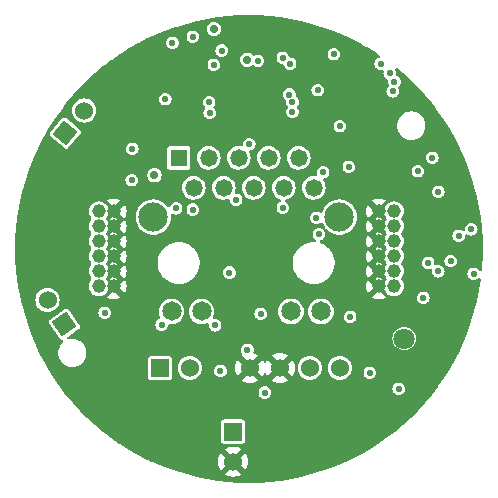
<source format=gbr>
G04 #@! TF.GenerationSoftware,KiCad,Pcbnew,7.0.7*
G04 #@! TF.CreationDate,2024-10-22T13:50:40-07:00*
G04 #@! TF.ProjectId,ESP_POE_1.4a,4553505f-504f-4455-9f31-2e34612e6b69,K*
G04 #@! TF.SameCoordinates,Original*
G04 #@! TF.FileFunction,Copper,L2,Inr*
G04 #@! TF.FilePolarity,Positive*
%FSLAX46Y46*%
G04 Gerber Fmt 4.6, Leading zero omitted, Abs format (unit mm)*
G04 Created by KiCad (PCBNEW 7.0.7) date 2024-10-22 13:50:40*
%MOMM*%
%LPD*%
G01*
G04 APERTURE LIST*
G04 Aperture macros list*
%AMRotRect*
0 Rectangle, with rotation*
0 The origin of the aperture is its center*
0 $1 length*
0 $2 width*
0 $3 Rotation angle, in degrees counterclockwise*
0 Add horizontal line*
21,1,$1,$2,0,0,$3*%
G04 Aperture macros list end*
G04 #@! TA.AperFunction,ComponentPad*
%ADD10R,1.524000X1.524000*%
G04 #@! TD*
G04 #@! TA.AperFunction,ComponentPad*
%ADD11C,1.524000*%
G04 #@! TD*
G04 #@! TA.AperFunction,ComponentPad*
%ADD12RotRect,1.524000X1.524000X230.000000*%
G04 #@! TD*
G04 #@! TA.AperFunction,ComponentPad*
%ADD13RotRect,1.524000X1.524000X305.000000*%
G04 #@! TD*
G04 #@! TA.AperFunction,ComponentPad*
%ADD14R,1.478000X1.478000*%
G04 #@! TD*
G04 #@! TA.AperFunction,ComponentPad*
%ADD15C,1.478000*%
G04 #@! TD*
G04 #@! TA.AperFunction,ComponentPad*
%ADD16C,1.650000*%
G04 #@! TD*
G04 #@! TA.AperFunction,ComponentPad*
%ADD17C,2.475000*%
G04 #@! TD*
G04 #@! TA.AperFunction,ComponentPad*
%ADD18R,1.530000X1.530000*%
G04 #@! TD*
G04 #@! TA.AperFunction,ComponentPad*
%ADD19C,1.530000*%
G04 #@! TD*
G04 #@! TA.AperFunction,ComponentPad*
%ADD20C,1.168400*%
G04 #@! TD*
G04 #@! TA.AperFunction,ComponentPad*
%ADD21R,0.600000X0.600000*%
G04 #@! TD*
G04 #@! TA.AperFunction,ComponentPad*
%ADD22R,1.422400X1.422400*%
G04 #@! TD*
G04 #@! TA.AperFunction,ComponentPad*
%ADD23C,1.800000*%
G04 #@! TD*
G04 #@! TA.AperFunction,ViaPad*
%ADD24C,0.550000*%
G04 #@! TD*
G04 #@! TA.AperFunction,ViaPad*
%ADD25C,0.700000*%
G04 #@! TD*
G04 APERTURE END LIST*
D10*
X106832400Y-150876000D03*
D11*
X109372400Y-150876000D03*
X114452400Y-150876000D03*
X116992400Y-150876000D03*
X119532400Y-150876000D03*
X122072400Y-150876000D03*
X100431600Y-129082800D03*
D12*
X98824630Y-130997912D03*
D11*
X97321258Y-145119720D03*
D13*
X98755200Y-147167600D03*
D14*
X108432600Y-133096000D03*
D15*
X109702600Y-135636000D03*
X110972600Y-133096000D03*
X112242600Y-135636000D03*
X113512600Y-133096000D03*
X114782600Y-135636000D03*
X116052600Y-133096000D03*
X117322600Y-135636000D03*
X118592600Y-133096000D03*
X119862600Y-135636000D03*
D16*
X107822600Y-146094000D03*
X117932600Y-146094000D03*
X110362600Y-146094000D03*
X120472600Y-146094000D03*
D17*
X106273600Y-138100000D03*
X122021600Y-138100000D03*
D18*
X113030000Y-156260800D03*
D19*
X113030000Y-158800800D03*
D20*
X126644400Y-143967200D03*
X125374400Y-143967200D03*
X126644400Y-142697200D03*
X125374400Y-142697200D03*
X126644400Y-141427200D03*
X125374400Y-141427200D03*
X126644400Y-140157200D03*
X125374400Y-140157200D03*
X126644400Y-138887200D03*
X125374400Y-138887200D03*
X126644400Y-137617200D03*
X125374400Y-137617200D03*
D21*
X113891924Y-129427277D03*
X114891924Y-129427277D03*
X113091924Y-128627277D03*
X115691924Y-128627277D03*
D22*
X114391924Y-128127277D03*
D21*
X113091924Y-127627277D03*
X115691924Y-127627277D03*
X113891924Y-126827277D03*
X114891924Y-126827277D03*
D23*
X127508000Y-148386800D03*
D20*
X101650800Y-143967200D03*
X102920800Y-143967200D03*
X101650800Y-142697200D03*
X102920800Y-142697200D03*
X101650800Y-141427200D03*
X102920800Y-141427200D03*
X101650800Y-140157200D03*
X102920800Y-140157200D03*
X101650800Y-138887200D03*
X102920800Y-138887200D03*
X101650800Y-137617200D03*
X102920800Y-137617200D03*
D24*
X101854000Y-135534400D03*
X108141076Y-129223076D03*
X104394000Y-150164800D03*
X98552000Y-132994400D03*
X122326400Y-128930400D03*
X103987600Y-155041600D03*
X107391200Y-126695200D03*
X115011200Y-157784800D03*
X113588800Y-140716000D03*
X97790000Y-140309600D03*
X102158800Y-146202400D03*
X110998000Y-128372300D03*
X120294400Y-139547600D03*
X122834400Y-133858000D03*
X115366800Y-146304000D03*
X112725200Y-142798800D03*
X111963200Y-151130000D03*
X124612400Y-151282400D03*
X111506000Y-147269200D03*
X129138500Y-144932400D03*
X131451591Y-141822001D03*
X122936000Y-146558000D03*
X115722400Y-152958800D03*
X114249200Y-149352000D03*
X128676400Y-134213600D03*
X132130800Y-139700000D03*
X130403600Y-142697200D03*
X133197600Y-139141200D03*
X127050800Y-152650440D03*
D25*
X111404400Y-122180100D03*
D24*
X117246400Y-137312400D03*
D25*
X114219534Y-124774043D03*
D24*
X120650000Y-134315200D03*
X122072400Y-130403600D03*
X120091200Y-138176000D03*
X108204000Y-137363200D03*
X109626400Y-137464800D03*
X114401600Y-131927600D03*
X104495600Y-132334000D03*
X113284000Y-136652000D03*
X106979900Y-147218400D03*
X111048800Y-129286000D03*
X104444800Y-134975600D03*
X130403600Y-135972298D03*
X129895600Y-133068900D03*
X133400800Y-142900400D03*
X129540000Y-141986000D03*
X115138824Y-124875775D03*
X111404400Y-125218440D03*
X126542800Y-127457200D03*
X121564400Y-124311160D03*
X109626400Y-122834400D03*
X107899200Y-123342400D03*
X117246400Y-124612400D03*
X126288800Y-125933200D03*
X112064800Y-124002800D03*
X120192800Y-127355600D03*
X126695200Y-126644400D03*
X118059200Y-129184400D03*
X118059200Y-128357897D03*
X117802243Y-127732095D03*
X117856000Y-125120400D03*
X125526800Y-125120400D03*
D25*
X106375200Y-134569200D03*
D24*
X107289600Y-128118100D03*
G04 #@! TA.AperFunction,Conductor*
G36*
X102624197Y-142873853D02*
G01*
X102664473Y-142905422D01*
X102705277Y-142954050D01*
X102738982Y-142973509D01*
X102763271Y-142987533D01*
X102811486Y-143038101D01*
X102824708Y-143106708D01*
X102798740Y-143171572D01*
X102788951Y-143182601D01*
X102639353Y-143332199D01*
X102639353Y-143332200D01*
X102788951Y-143481798D01*
X102822436Y-143543121D01*
X102817452Y-143612813D01*
X102775580Y-143668746D01*
X102763272Y-143676865D01*
X102705280Y-143710347D01*
X102705273Y-143710353D01*
X102664475Y-143758974D01*
X102606303Y-143797675D01*
X102536442Y-143798783D01*
X102477073Y-143761945D01*
X102451556Y-143717585D01*
X102449206Y-143710353D01*
X102421211Y-143624191D01*
X102333060Y-143471509D01*
X102282332Y-143415170D01*
X102252104Y-143352182D01*
X102260728Y-143282846D01*
X102282331Y-143249230D01*
X102333060Y-143192891D01*
X102421211Y-143040209D01*
X102451557Y-142946811D01*
X102490992Y-142889138D01*
X102555351Y-142861939D01*
X102624197Y-142873853D01*
G37*
G04 #@! TD.AperFunction*
G04 #@! TA.AperFunction,Conductor*
G36*
X102624197Y-141603853D02*
G01*
X102664473Y-141635422D01*
X102705277Y-141684050D01*
X102733764Y-141700497D01*
X102763271Y-141717533D01*
X102811486Y-141768101D01*
X102824708Y-141836708D01*
X102798740Y-141901572D01*
X102788951Y-141912601D01*
X102639353Y-142062199D01*
X102639353Y-142062200D01*
X102788951Y-142211798D01*
X102822436Y-142273121D01*
X102817452Y-142342813D01*
X102775580Y-142398746D01*
X102763272Y-142406865D01*
X102705280Y-142440347D01*
X102705273Y-142440353D01*
X102664475Y-142488974D01*
X102606303Y-142527675D01*
X102536442Y-142528783D01*
X102477073Y-142491945D01*
X102451556Y-142447585D01*
X102449206Y-142440353D01*
X102421211Y-142354191D01*
X102333060Y-142201509D01*
X102282332Y-142145170D01*
X102252103Y-142082180D01*
X102260728Y-142012844D01*
X102282327Y-141979235D01*
X102333060Y-141922891D01*
X102421211Y-141770209D01*
X102451557Y-141676811D01*
X102490992Y-141619138D01*
X102555351Y-141591939D01*
X102624197Y-141603853D01*
G37*
G04 #@! TD.AperFunction*
G04 #@! TA.AperFunction,Conductor*
G36*
X102624197Y-140333853D02*
G01*
X102664473Y-140365422D01*
X102705277Y-140414050D01*
X102738982Y-140433509D01*
X102763271Y-140447533D01*
X102811486Y-140498101D01*
X102824708Y-140566708D01*
X102798740Y-140631572D01*
X102788951Y-140642601D01*
X102639353Y-140792199D01*
X102639353Y-140792200D01*
X102788951Y-140941798D01*
X102822436Y-141003121D01*
X102817452Y-141072813D01*
X102775580Y-141128746D01*
X102763272Y-141136865D01*
X102705280Y-141170347D01*
X102705273Y-141170353D01*
X102664475Y-141218974D01*
X102606303Y-141257675D01*
X102536442Y-141258783D01*
X102477073Y-141221945D01*
X102451556Y-141177585D01*
X102449206Y-141170353D01*
X102421211Y-141084191D01*
X102333060Y-140931509D01*
X102282332Y-140875170D01*
X102252104Y-140812182D01*
X102260728Y-140742846D01*
X102282331Y-140709230D01*
X102333060Y-140652891D01*
X102421211Y-140500209D01*
X102451557Y-140406811D01*
X102490992Y-140349138D01*
X102555351Y-140321939D01*
X102624197Y-140333853D01*
G37*
G04 #@! TD.AperFunction*
G04 #@! TA.AperFunction,Conductor*
G36*
X102624197Y-139063853D02*
G01*
X102664473Y-139095422D01*
X102705277Y-139144050D01*
X102717180Y-139150922D01*
X102763271Y-139177533D01*
X102811486Y-139228101D01*
X102824708Y-139296708D01*
X102798740Y-139361572D01*
X102788951Y-139372601D01*
X102639353Y-139522199D01*
X102639353Y-139522200D01*
X102788951Y-139671798D01*
X102822436Y-139733121D01*
X102817452Y-139802813D01*
X102775580Y-139858746D01*
X102763272Y-139866865D01*
X102705280Y-139900347D01*
X102705273Y-139900353D01*
X102664475Y-139948974D01*
X102606303Y-139987675D01*
X102536442Y-139988783D01*
X102477073Y-139951945D01*
X102451556Y-139907585D01*
X102449206Y-139900353D01*
X102421211Y-139814191D01*
X102333060Y-139661509D01*
X102282332Y-139605170D01*
X102252104Y-139542182D01*
X102260728Y-139472846D01*
X102282331Y-139439230D01*
X102333060Y-139382891D01*
X102421211Y-139230209D01*
X102451557Y-139136811D01*
X102490992Y-139079138D01*
X102555351Y-139051939D01*
X102624197Y-139063853D01*
G37*
G04 #@! TD.AperFunction*
G04 #@! TA.AperFunction,Conductor*
G36*
X102624197Y-137793853D02*
G01*
X102664473Y-137825422D01*
X102705277Y-137874050D01*
X102713974Y-137879071D01*
X102763271Y-137907533D01*
X102811486Y-137958101D01*
X102824708Y-138026708D01*
X102798740Y-138091572D01*
X102788951Y-138102601D01*
X102639353Y-138252199D01*
X102639353Y-138252200D01*
X102788951Y-138401798D01*
X102822436Y-138463121D01*
X102817452Y-138532813D01*
X102775580Y-138588746D01*
X102763272Y-138596865D01*
X102705280Y-138630347D01*
X102705273Y-138630353D01*
X102664475Y-138678974D01*
X102606303Y-138717675D01*
X102536442Y-138718783D01*
X102477073Y-138681945D01*
X102451556Y-138637585D01*
X102449206Y-138630353D01*
X102421211Y-138544191D01*
X102333060Y-138391509D01*
X102282332Y-138335170D01*
X102252104Y-138272182D01*
X102260728Y-138202846D01*
X102282331Y-138169230D01*
X102333060Y-138112891D01*
X102421211Y-137960209D01*
X102451557Y-137866811D01*
X102490992Y-137809138D01*
X102555351Y-137781939D01*
X102624197Y-137793853D01*
G37*
G04 #@! TD.AperFunction*
G04 #@! TA.AperFunction,Conductor*
G36*
X125818125Y-142902452D02*
G01*
X125843643Y-142946814D01*
X125873474Y-143038626D01*
X125873989Y-143040209D01*
X125962140Y-143192891D01*
X125996695Y-143231268D01*
X126012866Y-143249228D01*
X126043096Y-143312220D01*
X126034471Y-143381555D01*
X126012866Y-143415172D01*
X125962139Y-143471510D01*
X125873989Y-143624191D01*
X125843643Y-143717586D01*
X125804205Y-143775261D01*
X125739846Y-143802459D01*
X125671000Y-143790544D01*
X125630723Y-143758973D01*
X125589925Y-143710352D01*
X125589917Y-143710345D01*
X125531928Y-143676865D01*
X125483713Y-143626298D01*
X125470491Y-143557691D01*
X125496459Y-143492826D01*
X125506248Y-143481798D01*
X125655846Y-143332200D01*
X125655846Y-143332199D01*
X125506248Y-143182601D01*
X125472763Y-143121278D01*
X125477747Y-143051586D01*
X125519619Y-142995653D01*
X125531929Y-142987533D01*
X125572285Y-142964233D01*
X125589923Y-142954050D01*
X125630722Y-142905426D01*
X125688894Y-142866724D01*
X125758754Y-142865615D01*
X125818125Y-142902452D01*
G37*
G04 #@! TD.AperFunction*
G04 #@! TA.AperFunction,Conductor*
G36*
X125818125Y-141632452D02*
G01*
X125843643Y-141676814D01*
X125856873Y-141717533D01*
X125873989Y-141770209D01*
X125962140Y-141922891D01*
X126008625Y-141974518D01*
X126012866Y-141979228D01*
X126043096Y-142042220D01*
X126034471Y-142111555D01*
X126012866Y-142145172D01*
X125962139Y-142201510D01*
X125873989Y-142354191D01*
X125843643Y-142447586D01*
X125804205Y-142505261D01*
X125739846Y-142532459D01*
X125671000Y-142520544D01*
X125630723Y-142488973D01*
X125589925Y-142440352D01*
X125589917Y-142440345D01*
X125531928Y-142406865D01*
X125483713Y-142356298D01*
X125470491Y-142287691D01*
X125496459Y-142222826D01*
X125506248Y-142211798D01*
X125655846Y-142062200D01*
X125655846Y-142062199D01*
X125506248Y-141912601D01*
X125472763Y-141851278D01*
X125477747Y-141781586D01*
X125519619Y-141725653D01*
X125531929Y-141717533D01*
X125566251Y-141697717D01*
X125589923Y-141684050D01*
X125630722Y-141635426D01*
X125688894Y-141596724D01*
X125758754Y-141595615D01*
X125818125Y-141632452D01*
G37*
G04 #@! TD.AperFunction*
G04 #@! TA.AperFunction,Conductor*
G36*
X125818125Y-140362452D02*
G01*
X125843643Y-140406814D01*
X125856873Y-140447533D01*
X125873989Y-140500209D01*
X125962140Y-140652891D01*
X126008625Y-140704518D01*
X126012866Y-140709228D01*
X126043096Y-140772220D01*
X126034471Y-140841555D01*
X126012866Y-140875172D01*
X125962139Y-140931510D01*
X125873989Y-141084191D01*
X125843643Y-141177586D01*
X125804205Y-141235261D01*
X125739846Y-141262459D01*
X125671000Y-141250544D01*
X125630723Y-141218973D01*
X125589925Y-141170352D01*
X125589919Y-141170347D01*
X125531928Y-141136866D01*
X125483712Y-141086299D01*
X125470490Y-141017692D01*
X125496458Y-140952827D01*
X125506247Y-140941797D01*
X125655846Y-140792199D01*
X125506248Y-140642601D01*
X125472763Y-140581278D01*
X125477747Y-140511586D01*
X125519619Y-140455653D01*
X125531929Y-140447533D01*
X125565187Y-140428331D01*
X125589923Y-140414050D01*
X125630722Y-140365426D01*
X125688894Y-140326724D01*
X125758754Y-140325615D01*
X125818125Y-140362452D01*
G37*
G04 #@! TD.AperFunction*
G04 #@! TA.AperFunction,Conductor*
G36*
X125818125Y-139092452D02*
G01*
X125843643Y-139136814D01*
X125864648Y-139201462D01*
X125873989Y-139230209D01*
X125962140Y-139382891D01*
X126007228Y-139432966D01*
X126012866Y-139439228D01*
X126043096Y-139502220D01*
X126034471Y-139571555D01*
X126012866Y-139605172D01*
X125962139Y-139661510D01*
X125873989Y-139814191D01*
X125843643Y-139907586D01*
X125804205Y-139965261D01*
X125739846Y-139992459D01*
X125671000Y-139980544D01*
X125630723Y-139948973D01*
X125589925Y-139900352D01*
X125589917Y-139900345D01*
X125531928Y-139866865D01*
X125483713Y-139816298D01*
X125470491Y-139747691D01*
X125496459Y-139682826D01*
X125506248Y-139671798D01*
X125655846Y-139522199D01*
X125506248Y-139372601D01*
X125472763Y-139311278D01*
X125477747Y-139241586D01*
X125519619Y-139185653D01*
X125531929Y-139177533D01*
X125578020Y-139150922D01*
X125589923Y-139144050D01*
X125630722Y-139095426D01*
X125688894Y-139056724D01*
X125758754Y-139055615D01*
X125818125Y-139092452D01*
G37*
G04 #@! TD.AperFunction*
G04 #@! TA.AperFunction,Conductor*
G36*
X125818125Y-137822452D02*
G01*
X125843643Y-137866814D01*
X125863301Y-137927317D01*
X125873989Y-137960209D01*
X125962140Y-138112891D01*
X125999541Y-138154429D01*
X126012866Y-138169228D01*
X126043096Y-138232220D01*
X126034471Y-138301555D01*
X126012866Y-138335172D01*
X125962139Y-138391510D01*
X125873989Y-138544191D01*
X125843643Y-138637586D01*
X125804205Y-138695261D01*
X125739846Y-138722459D01*
X125671000Y-138710544D01*
X125630723Y-138678973D01*
X125589925Y-138630352D01*
X125589917Y-138630345D01*
X125531928Y-138596865D01*
X125483713Y-138546298D01*
X125470491Y-138477691D01*
X125496459Y-138412826D01*
X125506248Y-138401798D01*
X125655846Y-138252199D01*
X125506248Y-138102601D01*
X125472763Y-138041278D01*
X125477747Y-137971586D01*
X125519619Y-137915653D01*
X125531929Y-137907533D01*
X125581775Y-137878754D01*
X125589923Y-137874050D01*
X125630722Y-137825426D01*
X125688894Y-137786724D01*
X125758754Y-137785615D01*
X125818125Y-137822452D01*
G37*
G04 #@! TD.AperFunction*
G04 #@! TA.AperFunction,Conductor*
G36*
X115263558Y-121031206D02*
G01*
X115266247Y-121031327D01*
X116150095Y-121090918D01*
X116152751Y-121091157D01*
X117033026Y-121190340D01*
X117035686Y-121190701D01*
X117910607Y-121329275D01*
X117913261Y-121329757D01*
X118781063Y-121507440D01*
X118783747Y-121508054D01*
X119355284Y-121652068D01*
X119576439Y-121707794D01*
X119642660Y-121724480D01*
X119645335Y-121725218D01*
X120493669Y-121979962D01*
X120496279Y-121980811D01*
X121332352Y-122273366D01*
X121334957Y-122274344D01*
X122157005Y-122604091D01*
X122159557Y-122605181D01*
X122966040Y-122971503D01*
X122968509Y-122972693D01*
X123757726Y-123374819D01*
X123760166Y-123376131D01*
X124145355Y-123594695D01*
X124530536Y-123813255D01*
X124532925Y-123814682D01*
X125219381Y-124246011D01*
X125282914Y-124285931D01*
X125285223Y-124287455D01*
X125368811Y-124345365D01*
X125424057Y-124383640D01*
X125467954Y-124437999D01*
X125475493Y-124507460D01*
X125444282Y-124569971D01*
X125395278Y-124599479D01*
X125396082Y-124601419D01*
X125388573Y-124604528D01*
X125388573Y-124604529D01*
X125369571Y-124612400D01*
X125259766Y-124657882D01*
X125149156Y-124742756D01*
X125064282Y-124853366D01*
X125010929Y-124982172D01*
X125010929Y-124982173D01*
X124992731Y-125120400D01*
X125010929Y-125258627D01*
X125064283Y-125387435D01*
X125149156Y-125498044D01*
X125259765Y-125582917D01*
X125388573Y-125636271D01*
X125526800Y-125654469D01*
X125636964Y-125639965D01*
X125705996Y-125650730D01*
X125758252Y-125697110D01*
X125777138Y-125764378D01*
X125772967Y-125794680D01*
X125759171Y-125899473D01*
X125754731Y-125933200D01*
X125772929Y-126071427D01*
X125826283Y-126200235D01*
X125911156Y-126310844D01*
X126021765Y-126395717D01*
X126097065Y-126426907D01*
X126151468Y-126470748D01*
X126173533Y-126537042D01*
X126172551Y-126557653D01*
X126161130Y-126644398D01*
X126161131Y-126644399D01*
X126179329Y-126782626D01*
X126179330Y-126782630D01*
X126232827Y-126911785D01*
X126240296Y-126981254D01*
X126209020Y-127043733D01*
X126193754Y-127057612D01*
X126165155Y-127079557D01*
X126080282Y-127190166D01*
X126047389Y-127269578D01*
X126026929Y-127318973D01*
X126008731Y-127457200D01*
X126026929Y-127595427D01*
X126080283Y-127724235D01*
X126165156Y-127834844D01*
X126275765Y-127919717D01*
X126404573Y-127973071D01*
X126542800Y-127991269D01*
X126681027Y-127973071D01*
X126809835Y-127919717D01*
X126920444Y-127834844D01*
X127005317Y-127724235D01*
X127058671Y-127595427D01*
X127076869Y-127457200D01*
X127058671Y-127318973D01*
X127005317Y-127190166D01*
X127005315Y-127190164D01*
X127005171Y-127189815D01*
X126997702Y-127120346D01*
X127028977Y-127057867D01*
X127044237Y-127043994D01*
X127072844Y-127022044D01*
X127157717Y-126911435D01*
X127211071Y-126782627D01*
X127229269Y-126644400D01*
X127211071Y-126506173D01*
X127178238Y-126426907D01*
X127157717Y-126377365D01*
X127072847Y-126266759D01*
X127072845Y-126266757D01*
X127072844Y-126266756D01*
X126962235Y-126181883D01*
X126962233Y-126181882D01*
X126886934Y-126150692D01*
X126832531Y-126106851D01*
X126810466Y-126040556D01*
X126811447Y-126019954D01*
X126822869Y-125933200D01*
X126804671Y-125794973D01*
X126751317Y-125666166D01*
X126748207Y-125658657D01*
X126751104Y-125657456D01*
X126738118Y-125603948D01*
X126760963Y-125537919D01*
X126815880Y-125494723D01*
X126885433Y-125488074D01*
X126941447Y-125514648D01*
X127402393Y-125899473D01*
X127404488Y-125901304D01*
X128058274Y-126498890D01*
X128060285Y-126500813D01*
X128686586Y-127127114D01*
X128688509Y-127129125D01*
X129286095Y-127782911D01*
X129287926Y-127785006D01*
X129855589Y-128464957D01*
X129857307Y-128467111D01*
X130128650Y-128823483D01*
X130393887Y-129171837D01*
X130395523Y-129174088D01*
X130899935Y-129902163D01*
X130901468Y-129904485D01*
X131372717Y-130654474D01*
X131374144Y-130656863D01*
X131811262Y-131427223D01*
X131812580Y-131429673D01*
X132214706Y-132218890D01*
X132215905Y-132221378D01*
X132358282Y-132534831D01*
X132582215Y-133027836D01*
X132583308Y-133030394D01*
X132913055Y-133852442D01*
X132914033Y-133855047D01*
X133206588Y-134691120D01*
X133207445Y-134693757D01*
X133254143Y-134849269D01*
X133462178Y-135542056D01*
X133462919Y-135544739D01*
X133679345Y-136403652D01*
X133679965Y-136406365D01*
X133857637Y-137274111D01*
X133858130Y-137276828D01*
X133990550Y-138112891D01*
X133996692Y-138151671D01*
X133997063Y-138154411D01*
X134094905Y-139022777D01*
X134096237Y-139034601D01*
X134096484Y-139037344D01*
X134156069Y-139921102D01*
X134156194Y-139923882D01*
X134176068Y-140809408D01*
X134176068Y-140812192D01*
X134156194Y-141697717D01*
X134156069Y-141700491D01*
X134137276Y-141979228D01*
X134096486Y-142584233D01*
X134096235Y-142587016D01*
X134096022Y-142588910D01*
X134068942Y-142653318D01*
X134011340Y-142692862D01*
X133941502Y-142694986D01*
X133881603Y-142659016D01*
X133865418Y-142637005D01*
X133863315Y-142633363D01*
X133778447Y-142522759D01*
X133778445Y-142522757D01*
X133778444Y-142522756D01*
X133667835Y-142437883D01*
X133539027Y-142384529D01*
X133400800Y-142366331D01*
X133262573Y-142384529D01*
X133262572Y-142384529D01*
X133133766Y-142437882D01*
X133023156Y-142522756D01*
X132938282Y-142633366D01*
X132887725Y-142755423D01*
X132884929Y-142762173D01*
X132866731Y-142900400D01*
X132884929Y-143038627D01*
X132938283Y-143167435D01*
X133023156Y-143278044D01*
X133133765Y-143362917D01*
X133262573Y-143416271D01*
X133400800Y-143434469D01*
X133539027Y-143416271D01*
X133667835Y-143362917D01*
X133778444Y-143278044D01*
X133788133Y-143265416D01*
X133844557Y-143224215D01*
X133914303Y-143220058D01*
X133975224Y-143254269D01*
X134007979Y-143315986D01*
X134009728Y-143354787D01*
X133998201Y-143457100D01*
X133997066Y-143467170D01*
X133996692Y-143469928D01*
X133863605Y-144310209D01*
X133858134Y-144344750D01*
X133857637Y-144347488D01*
X133679965Y-145215234D01*
X133679345Y-145217947D01*
X133462919Y-146076860D01*
X133462178Y-146079543D01*
X133207448Y-146927833D01*
X133206588Y-146930479D01*
X132914033Y-147766552D01*
X132913055Y-147769157D01*
X132583308Y-148591205D01*
X132582215Y-148593763D01*
X132215914Y-149400202D01*
X132214706Y-149402709D01*
X131812580Y-150191926D01*
X131811262Y-150194376D01*
X131374144Y-150964736D01*
X131372717Y-150967125D01*
X130901468Y-151717114D01*
X130899935Y-151719436D01*
X130395523Y-152447511D01*
X130393887Y-152449762D01*
X129857324Y-153154467D01*
X129855589Y-153156642D01*
X129287926Y-153836593D01*
X129286095Y-153838688D01*
X128688509Y-154492474D01*
X128686586Y-154494485D01*
X128060285Y-155120786D01*
X128058274Y-155122709D01*
X127404488Y-155720295D01*
X127402393Y-155722126D01*
X126722442Y-156289789D01*
X126720267Y-156291524D01*
X126015562Y-156828087D01*
X126013311Y-156829723D01*
X125285236Y-157334135D01*
X125282914Y-157335668D01*
X124532925Y-157806917D01*
X124530536Y-157808344D01*
X123760176Y-158245462D01*
X123757726Y-158246780D01*
X122968509Y-158648906D01*
X122966002Y-158650114D01*
X122159563Y-159016415D01*
X122157005Y-159017508D01*
X121334957Y-159347255D01*
X121332352Y-159348233D01*
X120496279Y-159640788D01*
X120493633Y-159641648D01*
X119645343Y-159896378D01*
X119642660Y-159897119D01*
X118783747Y-160113545D01*
X118781034Y-160114165D01*
X117913288Y-160291837D01*
X117910563Y-160292331D01*
X117178896Y-160408216D01*
X117035728Y-160430892D01*
X117032982Y-160431264D01*
X116152798Y-160530437D01*
X116150051Y-160530684D01*
X115266291Y-160590269D01*
X115263517Y-160590394D01*
X114377991Y-160610268D01*
X114375209Y-160610268D01*
X113489682Y-160590394D01*
X113486910Y-160590269D01*
X112603144Y-160530684D01*
X112600408Y-160530437D01*
X111720211Y-160431263D01*
X111717475Y-160430892D01*
X110842628Y-160292330D01*
X110839911Y-160291837D01*
X109972165Y-160114165D01*
X109969452Y-160113545D01*
X109110539Y-159897119D01*
X109107856Y-159896378D01*
X108508201Y-159716309D01*
X108259557Y-159641645D01*
X108256920Y-159640788D01*
X107420847Y-159348233D01*
X107418242Y-159347255D01*
X106596194Y-159017508D01*
X106593636Y-159016415D01*
X106232344Y-158852308D01*
X106118945Y-158800800D01*
X111760168Y-158800800D01*
X111779459Y-159021299D01*
X111779461Y-159021309D01*
X111836745Y-159235100D01*
X111836749Y-159235109D01*
X111930295Y-159435719D01*
X111976103Y-159501141D01*
X111976104Y-159501142D01*
X112413814Y-159063431D01*
X112475137Y-159029946D01*
X112544828Y-159034930D01*
X112600762Y-159076801D01*
X112605810Y-159084072D01*
X112640603Y-159138210D01*
X112640603Y-159138211D01*
X112757219Y-159239260D01*
X112794993Y-159298039D01*
X112794993Y-159367908D01*
X112763697Y-159420654D01*
X112329656Y-159854694D01*
X112395083Y-159900506D01*
X112395085Y-159900507D01*
X112595690Y-159994050D01*
X112595699Y-159994054D01*
X112809490Y-160051338D01*
X112809500Y-160051340D01*
X113029999Y-160070632D01*
X113030001Y-160070632D01*
X113250499Y-160051340D01*
X113250509Y-160051338D01*
X113464300Y-159994054D01*
X113464309Y-159994050D01*
X113664915Y-159900506D01*
X113730342Y-159854694D01*
X113296302Y-159420654D01*
X113262817Y-159359331D01*
X113267801Y-159289639D01*
X113302780Y-159239260D01*
X113308559Y-159234252D01*
X113308562Y-159234251D01*
X113419395Y-159138213D01*
X113454187Y-159084074D01*
X113506990Y-159038319D01*
X113576149Y-159028375D01*
X113639705Y-159057399D01*
X113646184Y-159063432D01*
X114083894Y-159501142D01*
X114129706Y-159435715D01*
X114223250Y-159235109D01*
X114223254Y-159235100D01*
X114280538Y-159021309D01*
X114280540Y-159021299D01*
X114299832Y-158800800D01*
X114299832Y-158800799D01*
X114280540Y-158580300D01*
X114280538Y-158580290D01*
X114223254Y-158366499D01*
X114223250Y-158366490D01*
X114129707Y-158165885D01*
X114129706Y-158165883D01*
X114083894Y-158100457D01*
X114083894Y-158100456D01*
X113646184Y-158538167D01*
X113584861Y-158571652D01*
X113515169Y-158566668D01*
X113459236Y-158524796D01*
X113454192Y-158517532D01*
X113419395Y-158463387D01*
X113411249Y-158456328D01*
X113302779Y-158362337D01*
X113265005Y-158303559D01*
X113265005Y-158233689D01*
X113296301Y-158180944D01*
X113730342Y-157746904D01*
X113730341Y-157746903D01*
X113664919Y-157701095D01*
X113464309Y-157607549D01*
X113464300Y-157607545D01*
X113250509Y-157550261D01*
X113250499Y-157550259D01*
X113030001Y-157530968D01*
X113029999Y-157530968D01*
X112809500Y-157550259D01*
X112809490Y-157550261D01*
X112595699Y-157607545D01*
X112595690Y-157607549D01*
X112395084Y-157701093D01*
X112329657Y-157746904D01*
X112763698Y-158180945D01*
X112797183Y-158242268D01*
X112792199Y-158311960D01*
X112757220Y-158362338D01*
X112640606Y-158463384D01*
X112640603Y-158463388D01*
X112605811Y-158517527D01*
X112553007Y-158563281D01*
X112483849Y-158573225D01*
X112420293Y-158544200D01*
X112413815Y-158538168D01*
X111976104Y-158100457D01*
X111930293Y-158165884D01*
X111836749Y-158366490D01*
X111836745Y-158366499D01*
X111779461Y-158580290D01*
X111779459Y-158580300D01*
X111760168Y-158800799D01*
X111760168Y-158800800D01*
X106118945Y-158800800D01*
X105787178Y-158650105D01*
X105784690Y-158648906D01*
X104995473Y-158246780D01*
X104993023Y-158245462D01*
X104222663Y-157808344D01*
X104220274Y-157806917D01*
X103470285Y-157335668D01*
X103467963Y-157334135D01*
X103390255Y-157280299D01*
X103059084Y-157050863D01*
X112010500Y-157050863D01*
X112025266Y-157125101D01*
X112081515Y-157209284D01*
X112115234Y-157231814D01*
X112165699Y-157265534D01*
X112165702Y-157265534D01*
X112165703Y-157265535D01*
X112190666Y-157270500D01*
X112239933Y-157280300D01*
X113820066Y-157280299D01*
X113894301Y-157265534D01*
X113978484Y-157209284D01*
X114034734Y-157125101D01*
X114049500Y-157050867D01*
X114049499Y-155470734D01*
X114034734Y-155396499D01*
X114016068Y-155368564D01*
X113978484Y-155312315D01*
X113928019Y-155278596D01*
X113894301Y-155256066D01*
X113894299Y-155256065D01*
X113894296Y-155256064D01*
X113820069Y-155241300D01*
X112239936Y-155241300D01*
X112165698Y-155256066D01*
X112081515Y-155312315D01*
X112025266Y-155396499D01*
X112025264Y-155396503D01*
X112010500Y-155470728D01*
X112010500Y-157050863D01*
X103059084Y-157050863D01*
X102739888Y-156829723D01*
X102737637Y-156828087D01*
X102423580Y-156588963D01*
X102032911Y-156291507D01*
X102030757Y-156289789D01*
X101350806Y-155722126D01*
X101348711Y-155720295D01*
X100694925Y-155122709D01*
X100692914Y-155120786D01*
X100066613Y-154494485D01*
X100064690Y-154492474D01*
X99467104Y-153838688D01*
X99465273Y-153836593D01*
X98897610Y-153156642D01*
X98895896Y-153154494D01*
X98746894Y-152958800D01*
X115188331Y-152958800D01*
X115206529Y-153097027D01*
X115259883Y-153225835D01*
X115344756Y-153336444D01*
X115455365Y-153421317D01*
X115584173Y-153474671D01*
X115722400Y-153492869D01*
X115860627Y-153474671D01*
X115989435Y-153421317D01*
X116100044Y-153336444D01*
X116184917Y-153225835D01*
X116238271Y-153097027D01*
X116256469Y-152958800D01*
X116238271Y-152820573D01*
X116184917Y-152691766D01*
X116184917Y-152691765D01*
X116153208Y-152650440D01*
X126516731Y-152650440D01*
X126534929Y-152788667D01*
X126588283Y-152917475D01*
X126673156Y-153028084D01*
X126783765Y-153112957D01*
X126912573Y-153166311D01*
X127050800Y-153184509D01*
X127189027Y-153166311D01*
X127317835Y-153112957D01*
X127428444Y-153028084D01*
X127513317Y-152917475D01*
X127566671Y-152788667D01*
X127584869Y-152650440D01*
X127566671Y-152512213D01*
X127513317Y-152383406D01*
X127513317Y-152383405D01*
X127428447Y-152272799D01*
X127428445Y-152272797D01*
X127428444Y-152272796D01*
X127317835Y-152187923D01*
X127189027Y-152134569D01*
X127050800Y-152116371D01*
X126912573Y-152134569D01*
X126912572Y-152134569D01*
X126783766Y-152187922D01*
X126673156Y-152272796D01*
X126588282Y-152383406D01*
X126541527Y-152496283D01*
X126534929Y-152512213D01*
X126516731Y-152650440D01*
X116153208Y-152650440D01*
X116100047Y-152581159D01*
X116100045Y-152581157D01*
X116100044Y-152581156D01*
X115989435Y-152496283D01*
X115860627Y-152442929D01*
X115722400Y-152424731D01*
X115584173Y-152442929D01*
X115584172Y-152442929D01*
X115455366Y-152496282D01*
X115344756Y-152581156D01*
X115259882Y-152691766D01*
X115206529Y-152820572D01*
X115206529Y-152820573D01*
X115193772Y-152917475D01*
X115188331Y-152958800D01*
X98746894Y-152958800D01*
X98459358Y-152581159D01*
X98359312Y-152449762D01*
X98357676Y-152447511D01*
X98140869Y-152134569D01*
X97853255Y-151719423D01*
X97851731Y-151717114D01*
X97817770Y-151663066D01*
X97817768Y-151663063D01*
X105815900Y-151663063D01*
X105830666Y-151737301D01*
X105886915Y-151821484D01*
X105920634Y-151844014D01*
X105971099Y-151877734D01*
X105971102Y-151877734D01*
X105971103Y-151877735D01*
X105996066Y-151882700D01*
X106045333Y-151892500D01*
X107619466Y-151892499D01*
X107693701Y-151877734D01*
X107777884Y-151821484D01*
X107834134Y-151737301D01*
X107848900Y-151663067D01*
X107848899Y-150876000D01*
X108350982Y-150876000D01*
X108370608Y-151075271D01*
X108428733Y-151266881D01*
X108523118Y-151443463D01*
X108523120Y-151443465D01*
X108523122Y-151443469D01*
X108577236Y-151509408D01*
X108650147Y-151598252D01*
X108708171Y-151645870D01*
X108804931Y-151725278D01*
X108804934Y-151725280D01*
X108804936Y-151725281D01*
X108975535Y-151816468D01*
X108981520Y-151819667D01*
X109173131Y-151877792D01*
X109372400Y-151897418D01*
X109571669Y-151877792D01*
X109763280Y-151819667D01*
X109939869Y-151725278D01*
X110094652Y-151598252D01*
X110221678Y-151443469D01*
X110316067Y-151266880D01*
X110357589Y-151130000D01*
X111429131Y-151130000D01*
X111447329Y-151268227D01*
X111500683Y-151397035D01*
X111585556Y-151507644D01*
X111696165Y-151592517D01*
X111824973Y-151645871D01*
X111963200Y-151664069D01*
X112101427Y-151645871D01*
X112230235Y-151592517D01*
X112340844Y-151507644D01*
X112425717Y-151397035D01*
X112479071Y-151268227D01*
X112497269Y-151130000D01*
X112479071Y-150991773D01*
X112431116Y-150876000D01*
X113185579Y-150876000D01*
X113204824Y-151095976D01*
X113204826Y-151095986D01*
X113261975Y-151309270D01*
X113261980Y-151309284D01*
X113355299Y-151509407D01*
X113355300Y-151509409D01*
X113400658Y-151574187D01*
X113914980Y-151059865D01*
X113976303Y-151026380D01*
X114045994Y-151031364D01*
X114101928Y-151073235D01*
X114113142Y-151091246D01*
X114119696Y-151104109D01*
X114124758Y-151114044D01*
X114124763Y-151114050D01*
X114214349Y-151203636D01*
X114214351Y-151203637D01*
X114214355Y-151203641D01*
X114237147Y-151215254D01*
X114287942Y-151263228D01*
X114304737Y-151331049D01*
X114282199Y-151397184D01*
X114268532Y-151413419D01*
X113754211Y-151927740D01*
X113754211Y-151927741D01*
X113818982Y-151973094D01*
X113818992Y-151973100D01*
X114019115Y-152066419D01*
X114019129Y-152066424D01*
X114232413Y-152123573D01*
X114232423Y-152123575D01*
X114452399Y-152142821D01*
X114452401Y-152142821D01*
X114672376Y-152123575D01*
X114672386Y-152123573D01*
X114885670Y-152066424D01*
X114885684Y-152066419D01*
X115085808Y-151973100D01*
X115085820Y-151973093D01*
X115150586Y-151927742D01*
X115150587Y-151927740D01*
X114636266Y-151413419D01*
X114602781Y-151352096D01*
X114607765Y-151282404D01*
X114649637Y-151226471D01*
X114667645Y-151215258D01*
X114690445Y-151203641D01*
X114780041Y-151114045D01*
X114791654Y-151091252D01*
X114839625Y-151040458D01*
X114907446Y-151023661D01*
X114973581Y-151046197D01*
X114989819Y-151059866D01*
X115504140Y-151574187D01*
X115504142Y-151574186D01*
X115549493Y-151509420D01*
X115549500Y-151509408D01*
X115610018Y-151379627D01*
X115656190Y-151327187D01*
X115723383Y-151308035D01*
X115790264Y-151328250D01*
X115834782Y-151379627D01*
X115895299Y-151509407D01*
X115895300Y-151509409D01*
X115940658Y-151574187D01*
X116454980Y-151059865D01*
X116516303Y-151026380D01*
X116585994Y-151031364D01*
X116641928Y-151073235D01*
X116653142Y-151091246D01*
X116659696Y-151104109D01*
X116664758Y-151114044D01*
X116664763Y-151114050D01*
X116754349Y-151203636D01*
X116754351Y-151203637D01*
X116754355Y-151203641D01*
X116777147Y-151215254D01*
X116827942Y-151263228D01*
X116844737Y-151331049D01*
X116822199Y-151397184D01*
X116808532Y-151413419D01*
X116294211Y-151927740D01*
X116294211Y-151927741D01*
X116358982Y-151973094D01*
X116358992Y-151973100D01*
X116559115Y-152066419D01*
X116559129Y-152066424D01*
X116772413Y-152123573D01*
X116772423Y-152123575D01*
X116992399Y-152142821D01*
X116992401Y-152142821D01*
X117212376Y-152123575D01*
X117212386Y-152123573D01*
X117425670Y-152066424D01*
X117425684Y-152066419D01*
X117625808Y-151973100D01*
X117625820Y-151973093D01*
X117690586Y-151927742D01*
X117690587Y-151927740D01*
X117176266Y-151413419D01*
X117142781Y-151352096D01*
X117147765Y-151282404D01*
X117189637Y-151226471D01*
X117207645Y-151215258D01*
X117230445Y-151203641D01*
X117320041Y-151114045D01*
X117331654Y-151091252D01*
X117379625Y-151040458D01*
X117447446Y-151023661D01*
X117513581Y-151046197D01*
X117529819Y-151059866D01*
X118044140Y-151574187D01*
X118044142Y-151574186D01*
X118089493Y-151509420D01*
X118089500Y-151509408D01*
X118182819Y-151309284D01*
X118182824Y-151309270D01*
X118239973Y-151095986D01*
X118239975Y-151095976D01*
X118259221Y-150876000D01*
X118510982Y-150876000D01*
X118530608Y-151075271D01*
X118588733Y-151266881D01*
X118683118Y-151443463D01*
X118683120Y-151443465D01*
X118683122Y-151443469D01*
X118737236Y-151509408D01*
X118810147Y-151598252D01*
X118868171Y-151645870D01*
X118964931Y-151725278D01*
X118964934Y-151725280D01*
X118964936Y-151725281D01*
X119135535Y-151816468D01*
X119141520Y-151819667D01*
X119333131Y-151877792D01*
X119532400Y-151897418D01*
X119731669Y-151877792D01*
X119923280Y-151819667D01*
X120099869Y-151725278D01*
X120254652Y-151598252D01*
X120381678Y-151443469D01*
X120476067Y-151266880D01*
X120534192Y-151075269D01*
X120553818Y-150876000D01*
X121050982Y-150876000D01*
X121057523Y-150942422D01*
X121070608Y-151075271D01*
X121128733Y-151266881D01*
X121223118Y-151443463D01*
X121223120Y-151443465D01*
X121223122Y-151443469D01*
X121277236Y-151509408D01*
X121350147Y-151598252D01*
X121408171Y-151645870D01*
X121504931Y-151725278D01*
X121504934Y-151725280D01*
X121504936Y-151725281D01*
X121675535Y-151816468D01*
X121681520Y-151819667D01*
X121873131Y-151877792D01*
X122072400Y-151897418D01*
X122271669Y-151877792D01*
X122463280Y-151819667D01*
X122639869Y-151725278D01*
X122794652Y-151598252D01*
X122921678Y-151443469D01*
X123007771Y-151282400D01*
X124078331Y-151282400D01*
X124096529Y-151420626D01*
X124096529Y-151420627D01*
X124132572Y-151507644D01*
X124149883Y-151549435D01*
X124234756Y-151660044D01*
X124345365Y-151744917D01*
X124474173Y-151798271D01*
X124612400Y-151816469D01*
X124750627Y-151798271D01*
X124879435Y-151744917D01*
X124990044Y-151660044D01*
X125074917Y-151549435D01*
X125128271Y-151420627D01*
X125146469Y-151282400D01*
X125128271Y-151144173D01*
X125081544Y-151031364D01*
X125074917Y-151015365D01*
X124990047Y-150904759D01*
X124990045Y-150904757D01*
X124990044Y-150904756D01*
X124879435Y-150819883D01*
X124750627Y-150766529D01*
X124612400Y-150748331D01*
X124474173Y-150766529D01*
X124474172Y-150766529D01*
X124345366Y-150819882D01*
X124234756Y-150904756D01*
X124149882Y-151015366D01*
X124096529Y-151144172D01*
X124096529Y-151144173D01*
X124078331Y-151282400D01*
X123007771Y-151282400D01*
X123016067Y-151266880D01*
X123074192Y-151075269D01*
X123093818Y-150876000D01*
X123074192Y-150676731D01*
X123016067Y-150485120D01*
X122994069Y-150443964D01*
X122921681Y-150308536D01*
X122921680Y-150308534D01*
X122921678Y-150308531D01*
X122848834Y-150219770D01*
X122794652Y-150153747D01*
X122714201Y-150087724D01*
X122639869Y-150026722D01*
X122639865Y-150026720D01*
X122639863Y-150026718D01*
X122463281Y-149932333D01*
X122271671Y-149874208D01*
X122072400Y-149854582D01*
X121873128Y-149874208D01*
X121681518Y-149932333D01*
X121504936Y-150026718D01*
X121350147Y-150153747D01*
X121223118Y-150308536D01*
X121128733Y-150485118D01*
X121070608Y-150676728D01*
X121063159Y-150752359D01*
X121050982Y-150876000D01*
X120553818Y-150876000D01*
X120534192Y-150676731D01*
X120476067Y-150485120D01*
X120454069Y-150443964D01*
X120381681Y-150308536D01*
X120381680Y-150308534D01*
X120381678Y-150308531D01*
X120308834Y-150219770D01*
X120254652Y-150153747D01*
X120174201Y-150087724D01*
X120099869Y-150026722D01*
X120099865Y-150026720D01*
X120099863Y-150026718D01*
X119923281Y-149932333D01*
X119731671Y-149874208D01*
X119532400Y-149854582D01*
X119333128Y-149874208D01*
X119141518Y-149932333D01*
X118964936Y-150026718D01*
X118810147Y-150153747D01*
X118683118Y-150308536D01*
X118588733Y-150485118D01*
X118530608Y-150676728D01*
X118510982Y-150876000D01*
X118259221Y-150876000D01*
X118259221Y-150875999D01*
X118239975Y-150656023D01*
X118239973Y-150656013D01*
X118182824Y-150442729D01*
X118182820Y-150442720D01*
X118089498Y-150242590D01*
X118044140Y-150177811D01*
X117529819Y-150692132D01*
X117468496Y-150725617D01*
X117398804Y-150720633D01*
X117342871Y-150678761D01*
X117331656Y-150660751D01*
X117320041Y-150637955D01*
X117320037Y-150637951D01*
X117320036Y-150637949D01*
X117230450Y-150548363D01*
X117230444Y-150548358D01*
X117220509Y-150543296D01*
X117207650Y-150536744D01*
X117156856Y-150488773D01*
X117140060Y-150420952D01*
X117162597Y-150354817D01*
X117176265Y-150338580D01*
X117690587Y-149824258D01*
X117625809Y-149778900D01*
X117625807Y-149778899D01*
X117425684Y-149685580D01*
X117425670Y-149685575D01*
X117212386Y-149628426D01*
X117212376Y-149628424D01*
X116992401Y-149609179D01*
X116992399Y-149609179D01*
X116772423Y-149628424D01*
X116772413Y-149628426D01*
X116559129Y-149685575D01*
X116559120Y-149685579D01*
X116358986Y-149778903D01*
X116294212Y-149824257D01*
X116294211Y-149824258D01*
X116808533Y-150338580D01*
X116842018Y-150399903D01*
X116837034Y-150469595D01*
X116795162Y-150525528D01*
X116777148Y-150536745D01*
X116754356Y-150548358D01*
X116754349Y-150548363D01*
X116664763Y-150637949D01*
X116664758Y-150637956D01*
X116653145Y-150660748D01*
X116605170Y-150711544D01*
X116537349Y-150728338D01*
X116471214Y-150705800D01*
X116454980Y-150692133D01*
X115940658Y-150177811D01*
X115940657Y-150177812D01*
X115895303Y-150242586D01*
X115834782Y-150372373D01*
X115788609Y-150424812D01*
X115721416Y-150443964D01*
X115654535Y-150423748D01*
X115610018Y-150372373D01*
X115549499Y-150242590D01*
X115504140Y-150177811D01*
X114989819Y-150692132D01*
X114928496Y-150725617D01*
X114858804Y-150720633D01*
X114802871Y-150678761D01*
X114791656Y-150660751D01*
X114780041Y-150637955D01*
X114780037Y-150637951D01*
X114780036Y-150637949D01*
X114690450Y-150548363D01*
X114690444Y-150548358D01*
X114680509Y-150543296D01*
X114667650Y-150536744D01*
X114616856Y-150488773D01*
X114600060Y-150420952D01*
X114622597Y-150354817D01*
X114636265Y-150338580D01*
X115150587Y-149824258D01*
X115085809Y-149778900D01*
X115085807Y-149778899D01*
X114885684Y-149685580D01*
X114885675Y-149685577D01*
X114840861Y-149673569D01*
X114781201Y-149637203D01*
X114750673Y-149574356D01*
X114758396Y-149506340D01*
X114765071Y-149490227D01*
X114783269Y-149352000D01*
X114765071Y-149213773D01*
X114711717Y-149084966D01*
X114711717Y-149084965D01*
X114626847Y-148974359D01*
X114626845Y-148974357D01*
X114626844Y-148974356D01*
X114516235Y-148889483D01*
X114387427Y-148836129D01*
X114249200Y-148817931D01*
X114110973Y-148836129D01*
X114110972Y-148836129D01*
X113982166Y-148889482D01*
X113871556Y-148974356D01*
X113786682Y-149084966D01*
X113733329Y-149213772D01*
X113733329Y-149213773D01*
X113715131Y-149352000D01*
X113733329Y-149490226D01*
X113733329Y-149490227D01*
X113786682Y-149619034D01*
X113786683Y-149619035D01*
X113798915Y-149634977D01*
X113824110Y-149700144D01*
X113810073Y-149768589D01*
X113771664Y-149812038D01*
X113754211Y-149824258D01*
X114268533Y-150338580D01*
X114302018Y-150399903D01*
X114297034Y-150469595D01*
X114255162Y-150525528D01*
X114237148Y-150536745D01*
X114214356Y-150548358D01*
X114214349Y-150548363D01*
X114124763Y-150637949D01*
X114124758Y-150637956D01*
X114113145Y-150660748D01*
X114065170Y-150711544D01*
X113997349Y-150728338D01*
X113931214Y-150705800D01*
X113914980Y-150692133D01*
X113400658Y-150177811D01*
X113400657Y-150177812D01*
X113355303Y-150242586D01*
X113261979Y-150442720D01*
X113261975Y-150442729D01*
X113204826Y-150656013D01*
X113204824Y-150656023D01*
X113185579Y-150875999D01*
X113185579Y-150876000D01*
X112431116Y-150876000D01*
X112425717Y-150862965D01*
X112340847Y-150752359D01*
X112340845Y-150752357D01*
X112340844Y-150752356D01*
X112230235Y-150667483D01*
X112213975Y-150660748D01*
X112158948Y-150637955D01*
X112101427Y-150614129D01*
X111963200Y-150595931D01*
X111824973Y-150614129D01*
X111824972Y-150614129D01*
X111696166Y-150667482D01*
X111585556Y-150752356D01*
X111500682Y-150862966D01*
X111447329Y-150991772D01*
X111447329Y-150991773D01*
X111429131Y-151130000D01*
X110357589Y-151130000D01*
X110374192Y-151075269D01*
X110393818Y-150876000D01*
X110374192Y-150676731D01*
X110316067Y-150485120D01*
X110294069Y-150443964D01*
X110221681Y-150308536D01*
X110221680Y-150308534D01*
X110221678Y-150308531D01*
X110148834Y-150219770D01*
X110094652Y-150153747D01*
X110014201Y-150087724D01*
X109939869Y-150026722D01*
X109939865Y-150026720D01*
X109939863Y-150026718D01*
X109763281Y-149932333D01*
X109571671Y-149874208D01*
X109372400Y-149854582D01*
X109173128Y-149874208D01*
X108981518Y-149932333D01*
X108804936Y-150026718D01*
X108650147Y-150153747D01*
X108523118Y-150308536D01*
X108428733Y-150485118D01*
X108370608Y-150676728D01*
X108350982Y-150876000D01*
X107848899Y-150876000D01*
X107848899Y-150088934D01*
X107834134Y-150014699D01*
X107815468Y-149986765D01*
X107777884Y-149930515D01*
X107711365Y-149886069D01*
X107693701Y-149874266D01*
X107693699Y-149874265D01*
X107693696Y-149874264D01*
X107619469Y-149859500D01*
X106045336Y-149859500D01*
X105971098Y-149874266D01*
X105886915Y-149930515D01*
X105830666Y-150014699D01*
X105830664Y-150014703D01*
X105815900Y-150088928D01*
X105815900Y-151663063D01*
X97817768Y-151663063D01*
X97380482Y-150967125D01*
X97379055Y-150964736D01*
X97082858Y-150442729D01*
X96941931Y-150194366D01*
X96940619Y-150191926D01*
X96538493Y-149402709D01*
X96537303Y-149400240D01*
X96170981Y-148593757D01*
X96169891Y-148591205D01*
X95840144Y-147769157D01*
X95839166Y-147766552D01*
X95548337Y-146935412D01*
X97438398Y-146935412D01*
X97440606Y-147036635D01*
X97471089Y-147105913D01*
X97471090Y-147105915D01*
X97471091Y-147105916D01*
X98373971Y-148395363D01*
X98373978Y-148395371D01*
X98428648Y-148447706D01*
X98428652Y-148447708D01*
X98523008Y-148484401D01*
X98523010Y-148484401D01*
X98523012Y-148484402D01*
X98523015Y-148484401D01*
X98523016Y-148484402D01*
X98536508Y-148484108D01*
X98603961Y-148502325D01*
X98650857Y-148554118D01*
X98662307Y-148623043D01*
X98634675Y-148687217D01*
X98613942Y-148707031D01*
X98603360Y-148715021D01*
X98453476Y-148879437D01*
X98453474Y-148879439D01*
X98336354Y-149068595D01*
X98336353Y-149068599D01*
X98255982Y-149276060D01*
X98215100Y-149494757D01*
X98215100Y-149717243D01*
X98255982Y-149935940D01*
X98315253Y-150088936D01*
X98336352Y-150143398D01*
X98336354Y-150143404D01*
X98453474Y-150332560D01*
X98453476Y-150332562D01*
X98603361Y-150496979D01*
X98780908Y-150631056D01*
X98780916Y-150631061D01*
X98980061Y-150730224D01*
X98980065Y-150730225D01*
X98980072Y-150730229D01*
X99194064Y-150791115D01*
X99360097Y-150806500D01*
X99360101Y-150806500D01*
X99471099Y-150806500D01*
X99471103Y-150806500D01*
X99637136Y-150791115D01*
X99851128Y-150730229D01*
X100050289Y-150631058D01*
X100227836Y-150496981D01*
X100377724Y-150332562D01*
X100494847Y-150143401D01*
X100575218Y-149935940D01*
X100616100Y-149717243D01*
X100616100Y-149494757D01*
X100575218Y-149276060D01*
X100494847Y-149068599D01*
X100436496Y-148974359D01*
X100377725Y-148879439D01*
X100377723Y-148879437D01*
X100227838Y-148715020D01*
X100050291Y-148580943D01*
X100050283Y-148580938D01*
X99851138Y-148481775D01*
X99851123Y-148481769D01*
X99637137Y-148420885D01*
X99637135Y-148420884D01*
X99519253Y-148409961D01*
X99471103Y-148405500D01*
X99360097Y-148405500D01*
X99298561Y-148411202D01*
X99194068Y-148420884D01*
X99194064Y-148420884D01*
X99194064Y-148420885D01*
X99133292Y-148438175D01*
X99063426Y-148437588D01*
X99004968Y-148399321D01*
X98999376Y-148386800D01*
X126512707Y-148386800D01*
X126531830Y-148580969D01*
X126531831Y-148580972D01*
X126572494Y-148715021D01*
X126588471Y-148767688D01*
X126680440Y-148939749D01*
X126680444Y-148939756D01*
X126804221Y-149090578D01*
X126955043Y-149214355D01*
X126955050Y-149214359D01*
X127127111Y-149306328D01*
X127127114Y-149306328D01*
X127127118Y-149306331D01*
X127313828Y-149362969D01*
X127508000Y-149382093D01*
X127702172Y-149362969D01*
X127888882Y-149306331D01*
X128060955Y-149214356D01*
X128211778Y-149090578D01*
X128335556Y-148939755D01*
X128427531Y-148767682D01*
X128484169Y-148580972D01*
X128503293Y-148386800D01*
X128484169Y-148192628D01*
X128427531Y-148005918D01*
X128427528Y-148005914D01*
X128427528Y-148005911D01*
X128335559Y-147833850D01*
X128335555Y-147833843D01*
X128211778Y-147683021D01*
X128060956Y-147559244D01*
X128060949Y-147559240D01*
X127888888Y-147467271D01*
X127888882Y-147467269D01*
X127702172Y-147410631D01*
X127702169Y-147410630D01*
X127508000Y-147391507D01*
X127313830Y-147410630D01*
X127127111Y-147467271D01*
X126955050Y-147559240D01*
X126955043Y-147559244D01*
X126804221Y-147683021D01*
X126680444Y-147833843D01*
X126680440Y-147833850D01*
X126588471Y-148005911D01*
X126531830Y-148192630D01*
X126512707Y-148386800D01*
X98999376Y-148386800D01*
X98976478Y-148335524D01*
X98987003Y-148266451D01*
X99028235Y-148217335D01*
X99794320Y-147680917D01*
X99982963Y-147548828D01*
X99982964Y-147548827D01*
X99982967Y-147548825D01*
X100035307Y-147494150D01*
X100053654Y-147446969D01*
X100072001Y-147399791D01*
X100072001Y-147399790D01*
X100072002Y-147399788D01*
X100069794Y-147298565D01*
X100039311Y-147229287D01*
X100031688Y-147218400D01*
X106445831Y-147218400D01*
X106464029Y-147356627D01*
X106517383Y-147485435D01*
X106602256Y-147596044D01*
X106712865Y-147680917D01*
X106841673Y-147734271D01*
X106979900Y-147752469D01*
X107118127Y-147734271D01*
X107246935Y-147680917D01*
X107357544Y-147596044D01*
X107442417Y-147485435D01*
X107495771Y-147356627D01*
X107507666Y-147266268D01*
X107535932Y-147202375D01*
X107594256Y-147163903D01*
X107653389Y-147160568D01*
X107722570Y-147173500D01*
X107722571Y-147173500D01*
X107922628Y-147173500D01*
X107922630Y-147173500D01*
X108119285Y-147136739D01*
X108305836Y-147064469D01*
X108475931Y-146959150D01*
X108623778Y-146824370D01*
X108744342Y-146664718D01*
X108833516Y-146485631D01*
X108888266Y-146293207D01*
X108906725Y-146094000D01*
X109278475Y-146094000D01*
X109296933Y-146293206D01*
X109351683Y-146485628D01*
X109351688Y-146485641D01*
X109421357Y-146625554D01*
X109440858Y-146664718D01*
X109561422Y-146824370D01*
X109709269Y-146959150D01*
X109879364Y-147064469D01*
X110065915Y-147136739D01*
X110262570Y-147173500D01*
X110262572Y-147173500D01*
X110462628Y-147173500D01*
X110462630Y-147173500D01*
X110659285Y-147136739D01*
X110774595Y-147092068D01*
X110812076Y-147077548D01*
X110881699Y-147071685D01*
X110943439Y-147104395D01*
X110977694Y-147165291D01*
X110979809Y-147209359D01*
X110971931Y-147269198D01*
X110971931Y-147269199D01*
X110990129Y-147407426D01*
X110990129Y-147407427D01*
X111026049Y-147494147D01*
X111043483Y-147536235D01*
X111128356Y-147646844D01*
X111238965Y-147731717D01*
X111367773Y-147785071D01*
X111506000Y-147803269D01*
X111644227Y-147785071D01*
X111773035Y-147731717D01*
X111883644Y-147646844D01*
X111968517Y-147536235D01*
X112021871Y-147407427D01*
X112040069Y-147269200D01*
X112021871Y-147130973D01*
X111982794Y-147036634D01*
X111968517Y-147002165D01*
X111883647Y-146891559D01*
X111883645Y-146891557D01*
X111883644Y-146891556D01*
X111773035Y-146806683D01*
X111644227Y-146753329D01*
X111506000Y-146735131D01*
X111505997Y-146735131D01*
X111462340Y-146740878D01*
X111393305Y-146730112D01*
X111341049Y-146683731D01*
X111322165Y-146616462D01*
X111335154Y-146562671D01*
X111373516Y-146485631D01*
X111425195Y-146303999D01*
X114832731Y-146303999D01*
X114850929Y-146442226D01*
X114850929Y-146442227D01*
X114868907Y-146485631D01*
X114904283Y-146571035D01*
X114989156Y-146681644D01*
X115099765Y-146766517D01*
X115228573Y-146819871D01*
X115366800Y-146838069D01*
X115505027Y-146819871D01*
X115633835Y-146766517D01*
X115744444Y-146681644D01*
X115829317Y-146571035D01*
X115882671Y-146442227D01*
X115900869Y-146304000D01*
X115882671Y-146165773D01*
X115852941Y-146094000D01*
X116848475Y-146094000D01*
X116866933Y-146293206D01*
X116921683Y-146485628D01*
X116921688Y-146485641D01*
X116991357Y-146625554D01*
X117010858Y-146664718D01*
X117131422Y-146824370D01*
X117279269Y-146959150D01*
X117449364Y-147064469D01*
X117635915Y-147136739D01*
X117832570Y-147173500D01*
X117832572Y-147173500D01*
X118032628Y-147173500D01*
X118032630Y-147173500D01*
X118229285Y-147136739D01*
X118415836Y-147064469D01*
X118585931Y-146959150D01*
X118733778Y-146824370D01*
X118854342Y-146664718D01*
X118943516Y-146485631D01*
X118998266Y-146293207D01*
X119016725Y-146094000D01*
X119388475Y-146094000D01*
X119406933Y-146293206D01*
X119461683Y-146485628D01*
X119461688Y-146485641D01*
X119531357Y-146625554D01*
X119550858Y-146664718D01*
X119671422Y-146824370D01*
X119819269Y-146959150D01*
X119989364Y-147064469D01*
X120175915Y-147136739D01*
X120372570Y-147173500D01*
X120372572Y-147173500D01*
X120572628Y-147173500D01*
X120572630Y-147173500D01*
X120769285Y-147136739D01*
X120955836Y-147064469D01*
X121125931Y-146959150D01*
X121273778Y-146824370D01*
X121394342Y-146664718D01*
X121447481Y-146558000D01*
X122401931Y-146558000D01*
X122419575Y-146692022D01*
X122420129Y-146696226D01*
X122420129Y-146696227D01*
X122473207Y-146824370D01*
X122473483Y-146825035D01*
X122558356Y-146935644D01*
X122668965Y-147020517D01*
X122797773Y-147073871D01*
X122936000Y-147092069D01*
X123074227Y-147073871D01*
X123203035Y-147020517D01*
X123313644Y-146935644D01*
X123398517Y-146825035D01*
X123451871Y-146696227D01*
X123470069Y-146558000D01*
X123451871Y-146419773D01*
X123403916Y-146304000D01*
X123398517Y-146290965D01*
X123313647Y-146180359D01*
X123313645Y-146180357D01*
X123313644Y-146180356D01*
X123203035Y-146095483D01*
X123199452Y-146093999D01*
X123127446Y-146064173D01*
X123074227Y-146042129D01*
X122936000Y-146023931D01*
X122797773Y-146042129D01*
X122797772Y-146042129D01*
X122668966Y-146095482D01*
X122558356Y-146180356D01*
X122473482Y-146290966D01*
X122420129Y-146419772D01*
X122420129Y-146419773D01*
X122401931Y-146558000D01*
X121447481Y-146558000D01*
X121483516Y-146485631D01*
X121538266Y-146293207D01*
X121556725Y-146094000D01*
X121538266Y-145894793D01*
X121483516Y-145702369D01*
X121475957Y-145687189D01*
X121440053Y-145615083D01*
X121394342Y-145523282D01*
X121273778Y-145363630D01*
X121125931Y-145228850D01*
X120955836Y-145123531D01*
X120955835Y-145123530D01*
X120819272Y-145070626D01*
X120769285Y-145051261D01*
X120572630Y-145014500D01*
X120372570Y-145014500D01*
X120175915Y-145051261D01*
X120175912Y-145051261D01*
X120175912Y-145051262D01*
X119989364Y-145123530D01*
X119989363Y-145123531D01*
X119819267Y-145228851D01*
X119671423Y-145363628D01*
X119550858Y-145523281D01*
X119461688Y-145702358D01*
X119461683Y-145702371D01*
X119406933Y-145894793D01*
X119388475Y-146093999D01*
X119388475Y-146094000D01*
X119016725Y-146094000D01*
X118998266Y-145894793D01*
X118943516Y-145702369D01*
X118935957Y-145687189D01*
X118900053Y-145615083D01*
X118854342Y-145523282D01*
X118733778Y-145363630D01*
X118585931Y-145228850D01*
X118415836Y-145123531D01*
X118415835Y-145123530D01*
X118279272Y-145070626D01*
X118229285Y-145051261D01*
X118032630Y-145014500D01*
X117832570Y-145014500D01*
X117635915Y-145051261D01*
X117635912Y-145051261D01*
X117635912Y-145051262D01*
X117449364Y-145123530D01*
X117449363Y-145123531D01*
X117279267Y-145228851D01*
X117131423Y-145363628D01*
X117010858Y-145523281D01*
X116921688Y-145702358D01*
X116921683Y-145702371D01*
X116866933Y-145894793D01*
X116848475Y-146093999D01*
X116848475Y-146094000D01*
X115852941Y-146094000D01*
X115829317Y-146036966D01*
X115829317Y-146036965D01*
X115744447Y-145926359D01*
X115744445Y-145926357D01*
X115744444Y-145926356D01*
X115633835Y-145841483D01*
X115505027Y-145788129D01*
X115366800Y-145769931D01*
X115228573Y-145788129D01*
X115228572Y-145788129D01*
X115099766Y-145841482D01*
X114989156Y-145926356D01*
X114904282Y-146036966D01*
X114850929Y-146165772D01*
X114850929Y-146165773D01*
X114832731Y-146303999D01*
X111425195Y-146303999D01*
X111428266Y-146293207D01*
X111446725Y-146094000D01*
X111428266Y-145894793D01*
X111373516Y-145702369D01*
X111365957Y-145687189D01*
X111330053Y-145615083D01*
X111284342Y-145523282D01*
X111163778Y-145363630D01*
X111015931Y-145228850D01*
X110845836Y-145123531D01*
X110845835Y-145123530D01*
X110709272Y-145070626D01*
X110659285Y-145051261D01*
X110462630Y-145014500D01*
X110262570Y-145014500D01*
X110065915Y-145051261D01*
X110065912Y-145051261D01*
X110065912Y-145051262D01*
X109879364Y-145123530D01*
X109879363Y-145123531D01*
X109709267Y-145228851D01*
X109561423Y-145363628D01*
X109440858Y-145523281D01*
X109351688Y-145702358D01*
X109351683Y-145702371D01*
X109296933Y-145894793D01*
X109278475Y-146093999D01*
X109278475Y-146094000D01*
X108906725Y-146094000D01*
X108888266Y-145894793D01*
X108833516Y-145702369D01*
X108825957Y-145687189D01*
X108790053Y-145615083D01*
X108744342Y-145523282D01*
X108623778Y-145363630D01*
X108475931Y-145228850D01*
X108305836Y-145123531D01*
X108305835Y-145123530D01*
X108169272Y-145070626D01*
X108119285Y-145051261D01*
X107922630Y-145014500D01*
X107722570Y-145014500D01*
X107525915Y-145051261D01*
X107525912Y-145051261D01*
X107525912Y-145051262D01*
X107339364Y-145123530D01*
X107339363Y-145123531D01*
X107169267Y-145228851D01*
X107021423Y-145363628D01*
X106900858Y-145523281D01*
X106811688Y-145702358D01*
X106811683Y-145702371D01*
X106756933Y-145894793D01*
X106738475Y-146093999D01*
X106738475Y-146094000D01*
X106756933Y-146293206D01*
X106799334Y-146442226D01*
X106811684Y-146485631D01*
X106811687Y-146485637D01*
X106847106Y-146556769D01*
X106859366Y-146625554D01*
X106832493Y-146690049D01*
X106783558Y-146726601D01*
X106712866Y-146755882D01*
X106602256Y-146840756D01*
X106517382Y-146951366D01*
X106466639Y-147073871D01*
X106464029Y-147080173D01*
X106445831Y-147218400D01*
X100031688Y-147218400D01*
X99850158Y-146959148D01*
X99320277Y-146202400D01*
X101624731Y-146202400D01*
X101642929Y-146340627D01*
X101696283Y-146469435D01*
X101781156Y-146580044D01*
X101891765Y-146664917D01*
X102020573Y-146718271D01*
X102158800Y-146736469D01*
X102297027Y-146718271D01*
X102425835Y-146664917D01*
X102536444Y-146580044D01*
X102621317Y-146469435D01*
X102674671Y-146340627D01*
X102692869Y-146202400D01*
X102674671Y-146064173D01*
X102623169Y-145939836D01*
X102621317Y-145935365D01*
X102536447Y-145824759D01*
X102536445Y-145824757D01*
X102536444Y-145824756D01*
X102425835Y-145739883D01*
X102297027Y-145686529D01*
X102158800Y-145668331D01*
X102020573Y-145686529D01*
X102020572Y-145686529D01*
X101891766Y-145739882D01*
X101781156Y-145824756D01*
X101696282Y-145935366D01*
X101642929Y-146064172D01*
X101642929Y-146064173D01*
X101624731Y-146202400D01*
X99320277Y-146202400D01*
X99136428Y-145939836D01*
X99136421Y-145939828D01*
X99081751Y-145887493D01*
X99081747Y-145887491D01*
X98987389Y-145850798D01*
X98987388Y-145850798D01*
X98886165Y-145853006D01*
X98816887Y-145883489D01*
X98816886Y-145883489D01*
X98816883Y-145883491D01*
X97527436Y-146786371D01*
X97527428Y-146786378D01*
X97475093Y-146841048D01*
X97475091Y-146841052D01*
X97438398Y-146935408D01*
X97438398Y-146935411D01*
X97438398Y-146935412D01*
X95548337Y-146935412D01*
X95546611Y-146930479D01*
X95545762Y-146927869D01*
X95291018Y-146079535D01*
X95290280Y-146076860D01*
X95073854Y-145217947D01*
X95073240Y-145215263D01*
X95053678Y-145119720D01*
X96299840Y-145119720D01*
X96319466Y-145318991D01*
X96377591Y-145510601D01*
X96471976Y-145687183D01*
X96471978Y-145687185D01*
X96471980Y-145687189D01*
X96532982Y-145761521D01*
X96599005Y-145841972D01*
X96654474Y-145887493D01*
X96753789Y-145968998D01*
X96753792Y-145969000D01*
X96753794Y-145969001D01*
X96856561Y-146023931D01*
X96930378Y-146063387D01*
X97121989Y-146121512D01*
X97321258Y-146141138D01*
X97520527Y-146121512D01*
X97712138Y-146063387D01*
X97888727Y-145968998D01*
X98043510Y-145841972D01*
X98170536Y-145687189D01*
X98264925Y-145510600D01*
X98323050Y-145318989D01*
X98342676Y-145119720D01*
X98323050Y-144920451D01*
X98264925Y-144728840D01*
X98248193Y-144697537D01*
X98170539Y-144552256D01*
X98170538Y-144552254D01*
X98170536Y-144552251D01*
X98088755Y-144452600D01*
X98043510Y-144397467D01*
X97951045Y-144321585D01*
X97888727Y-144270442D01*
X97888723Y-144270440D01*
X97888721Y-144270438D01*
X97712139Y-144176053D01*
X97520529Y-144117928D01*
X97321258Y-144098302D01*
X97121986Y-144117928D01*
X96930376Y-144176053D01*
X96753794Y-144270438D01*
X96599005Y-144397467D01*
X96471976Y-144552256D01*
X96377591Y-144728838D01*
X96319466Y-144920448D01*
X96299840Y-145119720D01*
X95053678Y-145119720D01*
X94895557Y-144347461D01*
X94895075Y-144344807D01*
X94835268Y-143967200D01*
X100807480Y-143967200D01*
X100825909Y-144142537D01*
X100825910Y-144142540D01*
X100867466Y-144270438D01*
X100880389Y-144310209D01*
X100968540Y-144462891D01*
X101086509Y-144593909D01*
X101181596Y-144662994D01*
X101229141Y-144697538D01*
X101299448Y-144728840D01*
X101390200Y-144769245D01*
X101562649Y-144805900D01*
X101562650Y-144805900D01*
X101738949Y-144805900D01*
X101738951Y-144805900D01*
X101911400Y-144769245D01*
X102072460Y-144697537D01*
X102215091Y-144593909D01*
X102333060Y-144462891D01*
X102421211Y-144310209D01*
X102451557Y-144216811D01*
X102490992Y-144159138D01*
X102555351Y-144131939D01*
X102624197Y-144143853D01*
X102664473Y-144175422D01*
X102705277Y-144224050D01*
X102705281Y-144224052D01*
X102705282Y-144224053D01*
X102763269Y-144257532D01*
X102811485Y-144308098D01*
X102824709Y-144376705D01*
X102798741Y-144441570D01*
X102788951Y-144452600D01*
X102351588Y-144889962D01*
X102435459Y-144941893D01*
X102435460Y-144941894D01*
X102622824Y-145014478D01*
X102820336Y-145051400D01*
X103021264Y-145051400D01*
X103218774Y-145014478D01*
X103218775Y-145014478D01*
X103406145Y-144941890D01*
X103490009Y-144889963D01*
X103490009Y-144889962D01*
X103052648Y-144452600D01*
X103019163Y-144391277D01*
X103024147Y-144321585D01*
X103066019Y-144265652D01*
X103078317Y-144257539D01*
X103136323Y-144224050D01*
X103211173Y-144134847D01*
X103211173Y-144134845D01*
X103214857Y-144128465D01*
X103265420Y-144080245D01*
X103334026Y-144067018D01*
X103398893Y-144092981D01*
X103409929Y-144102776D01*
X103846886Y-144539733D01*
X103846887Y-144539733D01*
X103936118Y-144360534D01*
X103991105Y-144167270D01*
X104009645Y-143967200D01*
X124285555Y-143967200D01*
X124304094Y-144167270D01*
X124359083Y-144360539D01*
X124448312Y-144539734D01*
X124885270Y-144102777D01*
X124946593Y-144069292D01*
X125016285Y-144074276D01*
X125072218Y-144116148D01*
X125080338Y-144128457D01*
X125084028Y-144134849D01*
X125118603Y-144176053D01*
X125158877Y-144224050D01*
X125158881Y-144224052D01*
X125158882Y-144224053D01*
X125216869Y-144257532D01*
X125265085Y-144308098D01*
X125278309Y-144376705D01*
X125252341Y-144441570D01*
X125242551Y-144452600D01*
X124805188Y-144889962D01*
X124889059Y-144941893D01*
X124889060Y-144941894D01*
X125076424Y-145014478D01*
X125273936Y-145051400D01*
X125474864Y-145051400D01*
X125672374Y-145014478D01*
X125672375Y-145014478D01*
X125859745Y-144941890D01*
X125875072Y-144932400D01*
X128604431Y-144932400D01*
X128620079Y-145051261D01*
X128622629Y-145070626D01*
X128622629Y-145070627D01*
X128644542Y-145123531D01*
X128675983Y-145199435D01*
X128760856Y-145310044D01*
X128871465Y-145394917D01*
X129000273Y-145448271D01*
X129138500Y-145466469D01*
X129276727Y-145448271D01*
X129405535Y-145394917D01*
X129516144Y-145310044D01*
X129601017Y-145199435D01*
X129654371Y-145070627D01*
X129672569Y-144932400D01*
X129654371Y-144794173D01*
X129601017Y-144665366D01*
X129601017Y-144665365D01*
X129516147Y-144554759D01*
X129516145Y-144554757D01*
X129516144Y-144554756D01*
X129405535Y-144469883D01*
X129276727Y-144416529D01*
X129138500Y-144398331D01*
X129000273Y-144416529D01*
X129000272Y-144416529D01*
X128871466Y-144469882D01*
X128760856Y-144554756D01*
X128675982Y-144665366D01*
X128622629Y-144794172D01*
X128622629Y-144794173D01*
X128604431Y-144932400D01*
X125875072Y-144932400D01*
X125943609Y-144889963D01*
X125943609Y-144889962D01*
X125506248Y-144452600D01*
X125472763Y-144391277D01*
X125477747Y-144321585D01*
X125519619Y-144265652D01*
X125531917Y-144257539D01*
X125589923Y-144224050D01*
X125630722Y-144175426D01*
X125688894Y-144136724D01*
X125758754Y-144135615D01*
X125818125Y-144172452D01*
X125843643Y-144216814D01*
X125861066Y-144270438D01*
X125873989Y-144310209D01*
X125962140Y-144462891D01*
X126080109Y-144593909D01*
X126175196Y-144662994D01*
X126222741Y-144697538D01*
X126293048Y-144728840D01*
X126383800Y-144769245D01*
X126556249Y-144805900D01*
X126556250Y-144805900D01*
X126732549Y-144805900D01*
X126732551Y-144805900D01*
X126905000Y-144769245D01*
X127066060Y-144697537D01*
X127208691Y-144593909D01*
X127326660Y-144462891D01*
X127414811Y-144310209D01*
X127469291Y-144142536D01*
X127487720Y-143967200D01*
X127469291Y-143791864D01*
X127414811Y-143624191D01*
X127326660Y-143471509D01*
X127275932Y-143415170D01*
X127245704Y-143352182D01*
X127254328Y-143282846D01*
X127275931Y-143249230D01*
X127326660Y-143192891D01*
X127414811Y-143040209D01*
X127469291Y-142872536D01*
X127487720Y-142697200D01*
X127469291Y-142521864D01*
X127414811Y-142354191D01*
X127326660Y-142201509D01*
X127275932Y-142145170D01*
X127245704Y-142082182D01*
X127254328Y-142012846D01*
X127271580Y-141986000D01*
X129005931Y-141986000D01*
X129024129Y-142124227D01*
X129077483Y-142253035D01*
X129162356Y-142363644D01*
X129272965Y-142448517D01*
X129401773Y-142501871D01*
X129540000Y-142520069D01*
X129678227Y-142501871D01*
X129709339Y-142488983D01*
X129778807Y-142481515D01*
X129841287Y-142512790D01*
X129876939Y-142572879D01*
X129879730Y-142619730D01*
X129869531Y-142697200D01*
X129887729Y-142835427D01*
X129941083Y-142964235D01*
X130025956Y-143074844D01*
X130136565Y-143159717D01*
X130265373Y-143213071D01*
X130403600Y-143231269D01*
X130541827Y-143213071D01*
X130670635Y-143159717D01*
X130781244Y-143074844D01*
X130866117Y-142964235D01*
X130919471Y-142835427D01*
X130937669Y-142697200D01*
X130919471Y-142558973D01*
X130887387Y-142481515D01*
X130866117Y-142430165D01*
X130781247Y-142319559D01*
X130781245Y-142319557D01*
X130781244Y-142319556D01*
X130670635Y-142234683D01*
X130541827Y-142181329D01*
X130403600Y-142163131D01*
X130265373Y-142181329D01*
X130265366Y-142181331D01*
X130234257Y-142194216D01*
X130164788Y-142201683D01*
X130102309Y-142170406D01*
X130066659Y-142110316D01*
X130063869Y-142063473D01*
X130074069Y-141986000D01*
X130055871Y-141847773D01*
X130045196Y-141822001D01*
X130917522Y-141822001D01*
X130935720Y-141960228D01*
X130989074Y-142089036D01*
X131073947Y-142199645D01*
X131184556Y-142284518D01*
X131313364Y-142337872D01*
X131451591Y-142356070D01*
X131589818Y-142337872D01*
X131718626Y-142284518D01*
X131829235Y-142199645D01*
X131914108Y-142089036D01*
X131967462Y-141960228D01*
X131985660Y-141822001D01*
X131967462Y-141683774D01*
X131933812Y-141602536D01*
X131914108Y-141554966D01*
X131829238Y-141444360D01*
X131829236Y-141444358D01*
X131829235Y-141444357D01*
X131718626Y-141359484D01*
X131589818Y-141306130D01*
X131451591Y-141287932D01*
X131313364Y-141306130D01*
X131313363Y-141306130D01*
X131184557Y-141359483D01*
X131073947Y-141444357D01*
X130989073Y-141554967D01*
X130938603Y-141676814D01*
X130935720Y-141683774D01*
X130917522Y-141822001D01*
X130045196Y-141822001D01*
X130002517Y-141718966D01*
X130002517Y-141718965D01*
X129917647Y-141608359D01*
X129917645Y-141608357D01*
X129917644Y-141608356D01*
X129807035Y-141523483D01*
X129678227Y-141470129D01*
X129540000Y-141451931D01*
X129401773Y-141470129D01*
X129401772Y-141470129D01*
X129272966Y-141523482D01*
X129162356Y-141608356D01*
X129077482Y-141718966D01*
X129034804Y-141822001D01*
X129024129Y-141847773D01*
X129005931Y-141986000D01*
X127271580Y-141986000D01*
X127275931Y-141979230D01*
X127326660Y-141922891D01*
X127414811Y-141770209D01*
X127469291Y-141602536D01*
X127487720Y-141427200D01*
X127469291Y-141251864D01*
X127414811Y-141084191D01*
X127326660Y-140931509D01*
X127275932Y-140875170D01*
X127245704Y-140812182D01*
X127254328Y-140742846D01*
X127275931Y-140709230D01*
X127326660Y-140652891D01*
X127414811Y-140500209D01*
X127469291Y-140332536D01*
X127487720Y-140157200D01*
X127469291Y-139981864D01*
X127414811Y-139814191D01*
X127348883Y-139700000D01*
X131596731Y-139700000D01*
X131601091Y-139733121D01*
X131614929Y-139838226D01*
X131614929Y-139838227D01*
X131662032Y-139951945D01*
X131668283Y-139967035D01*
X131753156Y-140077644D01*
X131863765Y-140162517D01*
X131992573Y-140215871D01*
X132130800Y-140234069D01*
X132269027Y-140215871D01*
X132397835Y-140162517D01*
X132508444Y-140077644D01*
X132593317Y-139967035D01*
X132646671Y-139838227D01*
X132664869Y-139700000D01*
X132659986Y-139662911D01*
X132670751Y-139593878D01*
X132717131Y-139541622D01*
X132784399Y-139522736D01*
X132851200Y-139543216D01*
X132858412Y-139548352D01*
X132930563Y-139603716D01*
X132930564Y-139603716D01*
X132930565Y-139603717D01*
X133059373Y-139657071D01*
X133197600Y-139675269D01*
X133335827Y-139657071D01*
X133464635Y-139603717D01*
X133575244Y-139518844D01*
X133660117Y-139408235D01*
X133713471Y-139279427D01*
X133731669Y-139141200D01*
X133713471Y-139002973D01*
X133665516Y-138887200D01*
X133660117Y-138874165D01*
X133575247Y-138763559D01*
X133575245Y-138763557D01*
X133575244Y-138763556D01*
X133464635Y-138678683D01*
X133335827Y-138625329D01*
X133197600Y-138607131D01*
X133059373Y-138625329D01*
X133059372Y-138625329D01*
X132930566Y-138678682D01*
X132819956Y-138763556D01*
X132735082Y-138874166D01*
X132681729Y-139002972D01*
X132681729Y-139002973D01*
X132663531Y-139141200D01*
X132663531Y-139141202D01*
X132668413Y-139178288D01*
X132657647Y-139247323D01*
X132611266Y-139299578D01*
X132543997Y-139318463D01*
X132477197Y-139297982D01*
X132470005Y-139292860D01*
X132397835Y-139237483D01*
X132269027Y-139184129D01*
X132130800Y-139165931D01*
X131992573Y-139184129D01*
X131992572Y-139184129D01*
X131863766Y-139237482D01*
X131753156Y-139322356D01*
X131668282Y-139432966D01*
X131619266Y-139551302D01*
X131614929Y-139561773D01*
X131596731Y-139700000D01*
X127348883Y-139700000D01*
X127326660Y-139661509D01*
X127275932Y-139605170D01*
X127245704Y-139542182D01*
X127254328Y-139472846D01*
X127275931Y-139439230D01*
X127326660Y-139382891D01*
X127414811Y-139230209D01*
X127469291Y-139062536D01*
X127487720Y-138887200D01*
X127469291Y-138711864D01*
X127414811Y-138544191D01*
X127326660Y-138391509D01*
X127275932Y-138335170D01*
X127245704Y-138272182D01*
X127254328Y-138202846D01*
X127275931Y-138169230D01*
X127326660Y-138112891D01*
X127414811Y-137960209D01*
X127469291Y-137792536D01*
X127487720Y-137617200D01*
X127469291Y-137441864D01*
X127414811Y-137274191D01*
X127326660Y-137121509D01*
X127208691Y-136990491D01*
X127085082Y-136900683D01*
X127066058Y-136886861D01*
X126904998Y-136815154D01*
X126779099Y-136788394D01*
X126732551Y-136778500D01*
X126556249Y-136778500D01*
X126519595Y-136786291D01*
X126383801Y-136815154D01*
X126383800Y-136815154D01*
X126222741Y-136886861D01*
X126080107Y-136990492D01*
X125962139Y-137121510D01*
X125873989Y-137274191D01*
X125843643Y-137367586D01*
X125804205Y-137425261D01*
X125739846Y-137452459D01*
X125671000Y-137440544D01*
X125630723Y-137408973D01*
X125589925Y-137360352D01*
X125589919Y-137360347D01*
X125531929Y-137326867D01*
X125483713Y-137276300D01*
X125470490Y-137207693D01*
X125496458Y-137142828D01*
X125506248Y-137131799D01*
X125943610Y-136694436D01*
X125859737Y-136642505D01*
X125672375Y-136569921D01*
X125474864Y-136533000D01*
X125273936Y-136533000D01*
X125076425Y-136569921D01*
X125076424Y-136569921D01*
X124889063Y-136642504D01*
X124805188Y-136694436D01*
X125242551Y-137131799D01*
X125276036Y-137193122D01*
X125271052Y-137262814D01*
X125229180Y-137318747D01*
X125216871Y-137326867D01*
X125158878Y-137360349D01*
X125158875Y-137360352D01*
X125084028Y-137449550D01*
X125080338Y-137455943D01*
X125029771Y-137504158D01*
X124961163Y-137517380D01*
X124896299Y-137491412D01*
X124885270Y-137481623D01*
X124448312Y-137044664D01*
X124448311Y-137044664D01*
X124359085Y-137223855D01*
X124359081Y-137223865D01*
X124304094Y-137417129D01*
X124285555Y-137617199D01*
X124285555Y-137617200D01*
X124304094Y-137817270D01*
X124359083Y-138010539D01*
X124451894Y-138196927D01*
X124452068Y-138197907D01*
X124473528Y-138164518D01*
X124885270Y-137752777D01*
X124946593Y-137719292D01*
X125016285Y-137724276D01*
X125072218Y-137766148D01*
X125080338Y-137778457D01*
X125084028Y-137784849D01*
X125118321Y-137825717D01*
X125158877Y-137874050D01*
X125167574Y-137879071D01*
X125216871Y-137907533D01*
X125265086Y-137958101D01*
X125278308Y-138026708D01*
X125252340Y-138091572D01*
X125242551Y-138102601D01*
X125092953Y-138252199D01*
X125092953Y-138252200D01*
X125242551Y-138401798D01*
X125276036Y-138463121D01*
X125271052Y-138532813D01*
X125229180Y-138588746D01*
X125216872Y-138596865D01*
X125158880Y-138630347D01*
X125158875Y-138630352D01*
X125084028Y-138719550D01*
X125080338Y-138725943D01*
X125029771Y-138774158D01*
X124961163Y-138787380D01*
X124896299Y-138761412D01*
X124885270Y-138751623D01*
X124473528Y-138339880D01*
X124453270Y-138302781D01*
X124451894Y-138307470D01*
X124359085Y-138493855D01*
X124359081Y-138493865D01*
X124304094Y-138687129D01*
X124285555Y-138887199D01*
X124285555Y-138887200D01*
X124304094Y-139087270D01*
X124359083Y-139280539D01*
X124451894Y-139466927D01*
X124452068Y-139467907D01*
X124473528Y-139434518D01*
X124885270Y-139022777D01*
X124946593Y-138989292D01*
X125016285Y-138994276D01*
X125072218Y-139036148D01*
X125080338Y-139048457D01*
X125084028Y-139054849D01*
X125125919Y-139104772D01*
X125158877Y-139144050D01*
X125170780Y-139150922D01*
X125216871Y-139177533D01*
X125265086Y-139228101D01*
X125278308Y-139296708D01*
X125252340Y-139361572D01*
X125242551Y-139372601D01*
X125092953Y-139522199D01*
X125092953Y-139522200D01*
X125242551Y-139671798D01*
X125276036Y-139733121D01*
X125271052Y-139802813D01*
X125229180Y-139858746D01*
X125216872Y-139866865D01*
X125158880Y-139900347D01*
X125158875Y-139900352D01*
X125084028Y-139989550D01*
X125080338Y-139995943D01*
X125029771Y-140044158D01*
X124961163Y-140057380D01*
X124896299Y-140031412D01*
X124885270Y-140021623D01*
X124473528Y-139609880D01*
X124453270Y-139572781D01*
X124451894Y-139577470D01*
X124359085Y-139763855D01*
X124359081Y-139763865D01*
X124304094Y-139957129D01*
X124285555Y-140157199D01*
X124285555Y-140157200D01*
X124304094Y-140357270D01*
X124359083Y-140550539D01*
X124451894Y-140736927D01*
X124452068Y-140737907D01*
X124473528Y-140704518D01*
X124885270Y-140292777D01*
X124946593Y-140259292D01*
X125016285Y-140264276D01*
X125072218Y-140306148D01*
X125080338Y-140318457D01*
X125084028Y-140324849D01*
X125126488Y-140375450D01*
X125158877Y-140414050D01*
X125158881Y-140414052D01*
X125158882Y-140414053D01*
X125216869Y-140447532D01*
X125265085Y-140498098D01*
X125278309Y-140566705D01*
X125252341Y-140631570D01*
X125242551Y-140642600D01*
X125092953Y-140792198D01*
X125092953Y-140792200D01*
X125242551Y-140941799D01*
X125276036Y-141003122D01*
X125271052Y-141072814D01*
X125229180Y-141128747D01*
X125216871Y-141136867D01*
X125158878Y-141170349D01*
X125158875Y-141170352D01*
X125084028Y-141259550D01*
X125080338Y-141265943D01*
X125029771Y-141314158D01*
X124961163Y-141327380D01*
X124896299Y-141301412D01*
X124885270Y-141291623D01*
X124473528Y-140879880D01*
X124453270Y-140842781D01*
X124451894Y-140847470D01*
X124359085Y-141033855D01*
X124359081Y-141033865D01*
X124304094Y-141227129D01*
X124285555Y-141427199D01*
X124285555Y-141427200D01*
X124304094Y-141627270D01*
X124359083Y-141820539D01*
X124451894Y-142006927D01*
X124452068Y-142007906D01*
X124473527Y-141974518D01*
X124885270Y-141562776D01*
X124946593Y-141529291D01*
X125016285Y-141534275D01*
X125072218Y-141576147D01*
X125080340Y-141588459D01*
X125084025Y-141594843D01*
X125084027Y-141594847D01*
X125084028Y-141594848D01*
X125084030Y-141594851D01*
X125111233Y-141627270D01*
X125158877Y-141684050D01*
X125187364Y-141700497D01*
X125216871Y-141717533D01*
X125265086Y-141768101D01*
X125278308Y-141836708D01*
X125252340Y-141901572D01*
X125242551Y-141912601D01*
X125092953Y-142062199D01*
X125092953Y-142062200D01*
X125242551Y-142211798D01*
X125276036Y-142273121D01*
X125271052Y-142342813D01*
X125229180Y-142398746D01*
X125216872Y-142406865D01*
X125158880Y-142440347D01*
X125158875Y-142440352D01*
X125084028Y-142529550D01*
X125080338Y-142535943D01*
X125029771Y-142584158D01*
X124961163Y-142597380D01*
X124896299Y-142571412D01*
X124885270Y-142561623D01*
X124473527Y-142149880D01*
X124453270Y-142112782D01*
X124451894Y-142117470D01*
X124359085Y-142303855D01*
X124359081Y-142303865D01*
X124304094Y-142497129D01*
X124285555Y-142697199D01*
X124285555Y-142697200D01*
X124304094Y-142897270D01*
X124359083Y-143090539D01*
X124451894Y-143276927D01*
X124452068Y-143277907D01*
X124473528Y-143244518D01*
X124885270Y-142832776D01*
X124946593Y-142799291D01*
X125016285Y-142804275D01*
X125072218Y-142846147D01*
X125080340Y-142858459D01*
X125084025Y-142864843D01*
X125084027Y-142864847D01*
X125084028Y-142864848D01*
X125084030Y-142864851D01*
X125111233Y-142897270D01*
X125158877Y-142954050D01*
X125192582Y-142973509D01*
X125216871Y-142987533D01*
X125265086Y-143038101D01*
X125278308Y-143106708D01*
X125252340Y-143171572D01*
X125242551Y-143182601D01*
X125092953Y-143332199D01*
X125092953Y-143332200D01*
X125242551Y-143481798D01*
X125276036Y-143543121D01*
X125271052Y-143612813D01*
X125229180Y-143668746D01*
X125216872Y-143676865D01*
X125158880Y-143710347D01*
X125158875Y-143710352D01*
X125084028Y-143799550D01*
X125080338Y-143805943D01*
X125029771Y-143854158D01*
X124961163Y-143867380D01*
X124896299Y-143841412D01*
X124885270Y-143831623D01*
X124473528Y-143419880D01*
X124453270Y-143382781D01*
X124451894Y-143387470D01*
X124359085Y-143573855D01*
X124359081Y-143573865D01*
X124304094Y-143767129D01*
X124285555Y-143967199D01*
X124285555Y-143967200D01*
X104009645Y-143967200D01*
X104009645Y-143967199D01*
X103991105Y-143767129D01*
X103936116Y-143573860D01*
X103843305Y-143387471D01*
X103843130Y-143386490D01*
X103821671Y-143419880D01*
X103409929Y-143831623D01*
X103348606Y-143865108D01*
X103278915Y-143860124D01*
X103222981Y-143818253D01*
X103214858Y-143805937D01*
X103211171Y-143799550D01*
X103166734Y-143746593D01*
X103136323Y-143710350D01*
X103136320Y-143710348D01*
X103136317Y-143710345D01*
X103078328Y-143676865D01*
X103030113Y-143626298D01*
X103016891Y-143557691D01*
X103042859Y-143492826D01*
X103052648Y-143481798D01*
X103202246Y-143332199D01*
X103052648Y-143182601D01*
X103019163Y-143121278D01*
X103024147Y-143051586D01*
X103066019Y-142995653D01*
X103078329Y-142987533D01*
X103118685Y-142964233D01*
X103136323Y-142954050D01*
X103211173Y-142864847D01*
X103211173Y-142864845D01*
X103214857Y-142858465D01*
X103265420Y-142810245D01*
X103334026Y-142797018D01*
X103398893Y-142822981D01*
X103409929Y-142832776D01*
X103821671Y-143244518D01*
X103841928Y-143281616D01*
X103843305Y-143276927D01*
X103936118Y-143090534D01*
X103991105Y-142897270D01*
X104009645Y-142697200D01*
X104009645Y-142697199D01*
X103991105Y-142497129D01*
X103936116Y-142303860D01*
X103844097Y-142119062D01*
X106657100Y-142119062D01*
X106696759Y-142382189D01*
X106696761Y-142382195D01*
X106775200Y-142636485D01*
X106890655Y-142876230D01*
X106890657Y-142876233D01*
X106890660Y-142876239D01*
X107040565Y-143096110D01*
X107050399Y-143106708D01*
X107221562Y-143291179D01*
X107221566Y-143291182D01*
X107221567Y-143291183D01*
X107429620Y-143457101D01*
X107660079Y-143590156D01*
X107907795Y-143687377D01*
X108167233Y-143746593D01*
X108167238Y-143746593D01*
X108167241Y-143746594D01*
X108366152Y-143761500D01*
X108366158Y-143761500D01*
X108499048Y-143761500D01*
X108697957Y-143746594D01*
X108697959Y-143746594D01*
X108697961Y-143746593D01*
X108697967Y-143746593D01*
X108957405Y-143687377D01*
X109205121Y-143590156D01*
X109435580Y-143457101D01*
X109643633Y-143291183D01*
X109655952Y-143277907D01*
X109705770Y-143224215D01*
X109824635Y-143096110D01*
X109974540Y-142876240D01*
X110011833Y-142798800D01*
X112191131Y-142798800D01*
X112209329Y-142937026D01*
X112209329Y-142937027D01*
X112252067Y-143040207D01*
X112262683Y-143065835D01*
X112347556Y-143176444D01*
X112458165Y-143261317D01*
X112586973Y-143314671D01*
X112725200Y-143332869D01*
X112863427Y-143314671D01*
X112992235Y-143261317D01*
X113102844Y-143176444D01*
X113187717Y-143065835D01*
X113241071Y-142937027D01*
X113259269Y-142798800D01*
X113241071Y-142660573D01*
X113194546Y-142548253D01*
X113187717Y-142531765D01*
X113102847Y-142421159D01*
X113102845Y-142421157D01*
X113102844Y-142421156D01*
X112992235Y-142336283D01*
X112863427Y-142282929D01*
X112725200Y-142264731D01*
X112586973Y-142282929D01*
X112586972Y-142282929D01*
X112458166Y-142336282D01*
X112347556Y-142421156D01*
X112262682Y-142531766D01*
X112209329Y-142660572D01*
X112209329Y-142660573D01*
X112191131Y-142798800D01*
X110011833Y-142798800D01*
X110090001Y-142636482D01*
X110168439Y-142382194D01*
X110172377Y-142356070D01*
X110208099Y-142119062D01*
X118087100Y-142119062D01*
X118126759Y-142382189D01*
X118126761Y-142382195D01*
X118205200Y-142636485D01*
X118320655Y-142876230D01*
X118320657Y-142876233D01*
X118320660Y-142876239D01*
X118470565Y-143096110D01*
X118480399Y-143106708D01*
X118651562Y-143291179D01*
X118651566Y-143291182D01*
X118651567Y-143291183D01*
X118859620Y-143457101D01*
X119090079Y-143590156D01*
X119337795Y-143687377D01*
X119597233Y-143746593D01*
X119597238Y-143746593D01*
X119597241Y-143746594D01*
X119796152Y-143761500D01*
X119796158Y-143761500D01*
X119929048Y-143761500D01*
X120127957Y-143746594D01*
X120127959Y-143746594D01*
X120127961Y-143746593D01*
X120127967Y-143746593D01*
X120387405Y-143687377D01*
X120635121Y-143590156D01*
X120865580Y-143457101D01*
X121073633Y-143291183D01*
X121085952Y-143277907D01*
X121135770Y-143224215D01*
X121254635Y-143096110D01*
X121404540Y-142876240D01*
X121520001Y-142636482D01*
X121598439Y-142382194D01*
X121602377Y-142356070D01*
X121638099Y-142119062D01*
X121638100Y-142119053D01*
X121638100Y-141852946D01*
X121638099Y-141852937D01*
X121598440Y-141589810D01*
X121598438Y-141589804D01*
X121598025Y-141588465D01*
X121520001Y-141335518D01*
X121420425Y-141128746D01*
X121404544Y-141095769D01*
X121404539Y-141095760D01*
X121396652Y-141084192D01*
X121254635Y-140875890D01*
X121131188Y-140742846D01*
X121073637Y-140680820D01*
X121011880Y-140631570D01*
X120865580Y-140514899D01*
X120635121Y-140381844D01*
X120551787Y-140349138D01*
X120421668Y-140298070D01*
X120366454Y-140255254D01*
X120343153Y-140189384D01*
X120359164Y-140121374D01*
X120409402Y-140072815D01*
X120425152Y-140066665D01*
X120425118Y-140066581D01*
X120432625Y-140063471D01*
X120432627Y-140063471D01*
X120561435Y-140010117D01*
X120672044Y-139925244D01*
X120756917Y-139814635D01*
X120810271Y-139685827D01*
X120828469Y-139547600D01*
X120810271Y-139409373D01*
X120759574Y-139286982D01*
X120752106Y-139217515D01*
X120783381Y-139155035D01*
X120843470Y-139119383D01*
X120913295Y-139121876D01*
X120965365Y-139155547D01*
X121007633Y-139201462D01*
X121007636Y-139201464D01*
X121007639Y-139201467D01*
X121202748Y-139353327D01*
X121202755Y-139353331D01*
X121202757Y-139353333D01*
X121420217Y-139471016D01*
X121654080Y-139551302D01*
X121897969Y-139592000D01*
X121897970Y-139592000D01*
X122145230Y-139592000D01*
X122145231Y-139592000D01*
X122389120Y-139551302D01*
X122622983Y-139471016D01*
X122840443Y-139353333D01*
X123035567Y-139201462D01*
X123203033Y-139019546D01*
X123338272Y-138812547D01*
X123437595Y-138586112D01*
X123498294Y-138346417D01*
X123510681Y-138196927D01*
X123518713Y-138100005D01*
X123518713Y-138099994D01*
X123498294Y-137853586D01*
X123498294Y-137853583D01*
X123437595Y-137613888D01*
X123338272Y-137387453D01*
X123293384Y-137318747D01*
X123203035Y-137180456D01*
X123064201Y-137029643D01*
X123035567Y-136998538D01*
X123035566Y-136998537D01*
X123035564Y-136998535D01*
X123035560Y-136998532D01*
X122840451Y-136846672D01*
X122840440Y-136846665D01*
X122622989Y-136728987D01*
X122622986Y-136728986D01*
X122622983Y-136728984D01*
X122622977Y-136728982D01*
X122622975Y-136728981D01*
X122389122Y-136648698D01*
X122226527Y-136621565D01*
X122145231Y-136608000D01*
X121897969Y-136608000D01*
X121836996Y-136618174D01*
X121654077Y-136648698D01*
X121420224Y-136728981D01*
X121420210Y-136728987D01*
X121202759Y-136846665D01*
X121202748Y-136846672D01*
X121007639Y-136998532D01*
X121007635Y-136998535D01*
X120840164Y-137180456D01*
X120704927Y-137387453D01*
X120605604Y-137613888D01*
X120590484Y-137673599D01*
X120554944Y-137733754D01*
X120492523Y-137765146D01*
X120423040Y-137757808D01*
X120394794Y-137741536D01*
X120358235Y-137713483D01*
X120229427Y-137660129D01*
X120091200Y-137641931D01*
X119952973Y-137660129D01*
X119952972Y-137660129D01*
X119824166Y-137713482D01*
X119713556Y-137798356D01*
X119628682Y-137908966D01*
X119579912Y-138026708D01*
X119575329Y-138037773D01*
X119557131Y-138176000D01*
X119574439Y-138307470D01*
X119575329Y-138314226D01*
X119575329Y-138314227D01*
X119588662Y-138346417D01*
X119628683Y-138443035D01*
X119713556Y-138553644D01*
X119824165Y-138638517D01*
X119952973Y-138691871D01*
X120091200Y-138710069D01*
X120229427Y-138691871D01*
X120358235Y-138638517D01*
X120435011Y-138579604D01*
X120500179Y-138554410D01*
X120568624Y-138568448D01*
X120618614Y-138617261D01*
X120624053Y-138628170D01*
X120704927Y-138812546D01*
X120808252Y-138970697D01*
X120828439Y-139037586D01*
X120809259Y-139104772D01*
X120756801Y-139150922D01*
X120687719Y-139161385D01*
X120628957Y-139136894D01*
X120561436Y-139085083D01*
X120473012Y-139048457D01*
X120432627Y-139031729D01*
X120294400Y-139013531D01*
X120156173Y-139031729D01*
X120156172Y-139031729D01*
X120027366Y-139085082D01*
X119916756Y-139169956D01*
X119831882Y-139280566D01*
X119789499Y-139382889D01*
X119778529Y-139409373D01*
X119760331Y-139547600D01*
X119775327Y-139661509D01*
X119778529Y-139685826D01*
X119778529Y-139685827D01*
X119831699Y-139814192D01*
X119831883Y-139814635D01*
X119916756Y-139925244D01*
X119998705Y-139988125D01*
X120039906Y-140044552D01*
X120044061Y-140114298D01*
X120009849Y-140175218D01*
X119948131Y-140207971D01*
X119923217Y-140210500D01*
X119796152Y-140210500D01*
X119597242Y-140225405D01*
X119597240Y-140225405D01*
X119337806Y-140284620D01*
X119337798Y-140284622D01*
X119337795Y-140284623D01*
X119337792Y-140284623D01*
X119337789Y-140284625D01*
X119090078Y-140381844D01*
X118859620Y-140514899D01*
X118651562Y-140680820D01*
X118470565Y-140875889D01*
X118320656Y-141095766D01*
X118320655Y-141095767D01*
X118205200Y-141335514D01*
X118126761Y-141589804D01*
X118126759Y-141589810D01*
X118087100Y-141852937D01*
X118087100Y-142119062D01*
X110208099Y-142119062D01*
X110208100Y-142119053D01*
X110208100Y-141852946D01*
X110208099Y-141852937D01*
X110168440Y-141589810D01*
X110168438Y-141589804D01*
X110168025Y-141588465D01*
X110090001Y-141335518D01*
X109990425Y-141128746D01*
X109974544Y-141095769D01*
X109974539Y-141095760D01*
X109966652Y-141084192D01*
X109824635Y-140875890D01*
X109701188Y-140742846D01*
X109643637Y-140680820D01*
X109581880Y-140631570D01*
X109435580Y-140514899D01*
X109205121Y-140381844D01*
X109205122Y-140381844D01*
X108957410Y-140284625D01*
X108957405Y-140284623D01*
X108957396Y-140284621D01*
X108957393Y-140284620D01*
X108697958Y-140225405D01*
X108499048Y-140210500D01*
X108499042Y-140210500D01*
X108366158Y-140210500D01*
X108366152Y-140210500D01*
X108167242Y-140225405D01*
X108167240Y-140225405D01*
X107907806Y-140284620D01*
X107907798Y-140284622D01*
X107907795Y-140284623D01*
X107907792Y-140284623D01*
X107907789Y-140284625D01*
X107660078Y-140381844D01*
X107429620Y-140514899D01*
X107221562Y-140680820D01*
X107040565Y-140875889D01*
X106890656Y-141095766D01*
X106890655Y-141095767D01*
X106775200Y-141335514D01*
X106696761Y-141589804D01*
X106696759Y-141589810D01*
X106657100Y-141852937D01*
X106657100Y-142119062D01*
X103844097Y-142119062D01*
X103843305Y-142117471D01*
X103843130Y-142116490D01*
X103821671Y-142149880D01*
X103409929Y-142561623D01*
X103348606Y-142595108D01*
X103278915Y-142590124D01*
X103222981Y-142548253D01*
X103214858Y-142535937D01*
X103211171Y-142529550D01*
X103170864Y-142481515D01*
X103136323Y-142440350D01*
X103136320Y-142440348D01*
X103136317Y-142440345D01*
X103078328Y-142406865D01*
X103030113Y-142356298D01*
X103016891Y-142287691D01*
X103042859Y-142222826D01*
X103052648Y-142211798D01*
X103202246Y-142062199D01*
X103052648Y-141912601D01*
X103019163Y-141851278D01*
X103024147Y-141781586D01*
X103066019Y-141725653D01*
X103078329Y-141717533D01*
X103112651Y-141697717D01*
X103136323Y-141684050D01*
X103211173Y-141594847D01*
X103211173Y-141594845D01*
X103214857Y-141588465D01*
X103265420Y-141540245D01*
X103334026Y-141527018D01*
X103398893Y-141552981D01*
X103409929Y-141562776D01*
X103821671Y-141974518D01*
X103841928Y-142011616D01*
X103843305Y-142006927D01*
X103936118Y-141820534D01*
X103991105Y-141627270D01*
X104009645Y-141427200D01*
X104009645Y-141427199D01*
X103991105Y-141227129D01*
X103936116Y-141033860D01*
X103843305Y-140847471D01*
X103843130Y-140846490D01*
X103821671Y-140879880D01*
X103409929Y-141291623D01*
X103348606Y-141325108D01*
X103278915Y-141320124D01*
X103222981Y-141278253D01*
X103214858Y-141265937D01*
X103211171Y-141259550D01*
X103177122Y-141218973D01*
X103136323Y-141170350D01*
X103136320Y-141170348D01*
X103136317Y-141170345D01*
X103078328Y-141136865D01*
X103030113Y-141086298D01*
X103016891Y-141017691D01*
X103042859Y-140952826D01*
X103052648Y-140941798D01*
X103202246Y-140792199D01*
X103052648Y-140642601D01*
X103019163Y-140581278D01*
X103024147Y-140511586D01*
X103066019Y-140455653D01*
X103078329Y-140447533D01*
X103111587Y-140428331D01*
X103136323Y-140414050D01*
X103211173Y-140324847D01*
X103211173Y-140324845D01*
X103214857Y-140318465D01*
X103265420Y-140270245D01*
X103334026Y-140257018D01*
X103398893Y-140282981D01*
X103409929Y-140292776D01*
X103821671Y-140704518D01*
X103841928Y-140741616D01*
X103843305Y-140736927D01*
X103936118Y-140550534D01*
X103991105Y-140357270D01*
X104009645Y-140157200D01*
X104009645Y-140157199D01*
X103991105Y-139957129D01*
X103936116Y-139763860D01*
X103843305Y-139577471D01*
X103843130Y-139576490D01*
X103821671Y-139609880D01*
X103409929Y-140021623D01*
X103348606Y-140055108D01*
X103278915Y-140050124D01*
X103222981Y-140008253D01*
X103214858Y-139995937D01*
X103211171Y-139989550D01*
X103157211Y-139925244D01*
X103136323Y-139900350D01*
X103136320Y-139900348D01*
X103136317Y-139900345D01*
X103078328Y-139866865D01*
X103030113Y-139816298D01*
X103016891Y-139747691D01*
X103042859Y-139682826D01*
X103052648Y-139671798D01*
X103202246Y-139522199D01*
X103052648Y-139372601D01*
X103019163Y-139311278D01*
X103024147Y-139241586D01*
X103066019Y-139185653D01*
X103078329Y-139177533D01*
X103124420Y-139150922D01*
X103136323Y-139144050D01*
X103211173Y-139054847D01*
X103211173Y-139054845D01*
X103214857Y-139048465D01*
X103265420Y-139000245D01*
X103334026Y-138987018D01*
X103398893Y-139012981D01*
X103409929Y-139022776D01*
X103821671Y-139434518D01*
X103841928Y-139471616D01*
X103843305Y-139466927D01*
X103936118Y-139280534D01*
X103991105Y-139087270D01*
X104009645Y-138887200D01*
X104009645Y-138887199D01*
X103991105Y-138687129D01*
X103936116Y-138493860D01*
X103843305Y-138307471D01*
X103843130Y-138306490D01*
X103821671Y-138339880D01*
X103409929Y-138751623D01*
X103348606Y-138785108D01*
X103278915Y-138780124D01*
X103222981Y-138738253D01*
X103214858Y-138725937D01*
X103211171Y-138719550D01*
X103176878Y-138678682D01*
X103136323Y-138630350D01*
X103136320Y-138630348D01*
X103136317Y-138630345D01*
X103078328Y-138596865D01*
X103030113Y-138546298D01*
X103016891Y-138477691D01*
X103042859Y-138412826D01*
X103052648Y-138401798D01*
X103202246Y-138252199D01*
X103052648Y-138102601D01*
X103019163Y-138041278D01*
X103024147Y-137971586D01*
X103066019Y-137915653D01*
X103078329Y-137907533D01*
X103128175Y-137878754D01*
X103136323Y-137874050D01*
X103211173Y-137784847D01*
X103211173Y-137784845D01*
X103214857Y-137778465D01*
X103265420Y-137730245D01*
X103334026Y-137717018D01*
X103398893Y-137742981D01*
X103409929Y-137752776D01*
X103821671Y-138164518D01*
X103841928Y-138201616D01*
X103843305Y-138196927D01*
X103891567Y-138100005D01*
X104776487Y-138100005D01*
X104796905Y-138346413D01*
X104857604Y-138586110D01*
X104956927Y-138812546D01*
X105092164Y-139019543D01*
X105259635Y-139201464D01*
X105259639Y-139201467D01*
X105454748Y-139353327D01*
X105454755Y-139353331D01*
X105454757Y-139353333D01*
X105672217Y-139471016D01*
X105906080Y-139551302D01*
X106149969Y-139592000D01*
X106149970Y-139592000D01*
X106397230Y-139592000D01*
X106397231Y-139592000D01*
X106641120Y-139551302D01*
X106874983Y-139471016D01*
X107092443Y-139353333D01*
X107287567Y-139201462D01*
X107455033Y-139019546D01*
X107590272Y-138812547D01*
X107689595Y-138586112D01*
X107750294Y-138346417D01*
X107762681Y-138196927D01*
X107770713Y-138100005D01*
X107770713Y-138099994D01*
X107758051Y-137947190D01*
X107772132Y-137878754D01*
X107820977Y-137828795D01*
X107889078Y-137813174D01*
X107928457Y-137825020D01*
X107929457Y-137822607D01*
X107936964Y-137825716D01*
X107936965Y-137825717D01*
X108065773Y-137879071D01*
X108204000Y-137897269D01*
X108342227Y-137879071D01*
X108471035Y-137825717D01*
X108581644Y-137740844D01*
X108666517Y-137630235D01*
X108719871Y-137501427D01*
X108724693Y-137464800D01*
X109092331Y-137464800D01*
X109110529Y-137603026D01*
X109110529Y-137603027D01*
X109158687Y-137719292D01*
X109163883Y-137731835D01*
X109248756Y-137842444D01*
X109359365Y-137927317D01*
X109488173Y-137980671D01*
X109626400Y-137998869D01*
X109764627Y-137980671D01*
X109893435Y-137927317D01*
X110004044Y-137842444D01*
X110088917Y-137731835D01*
X110142271Y-137603027D01*
X110160469Y-137464800D01*
X110142271Y-137326573D01*
X110099726Y-137223860D01*
X110088917Y-137197765D01*
X110004047Y-137087159D01*
X110004045Y-137087157D01*
X110004044Y-137087156D01*
X109893435Y-137002283D01*
X109884379Y-136998532D01*
X109853052Y-136985556D01*
X109764627Y-136948929D01*
X109626400Y-136930731D01*
X109488173Y-136948929D01*
X109488172Y-136948929D01*
X109359366Y-137002282D01*
X109248756Y-137087156D01*
X109163882Y-137197766D01*
X109110529Y-137326572D01*
X109110529Y-137326573D01*
X109092331Y-137464800D01*
X108724693Y-137464800D01*
X108738069Y-137363200D01*
X108719871Y-137224973D01*
X108677015Y-137121510D01*
X108666517Y-137096165D01*
X108581647Y-136985559D01*
X108581645Y-136985557D01*
X108581644Y-136985556D01*
X108471035Y-136900683D01*
X108342227Y-136847329D01*
X108204000Y-136829131D01*
X108065773Y-136847329D01*
X108065772Y-136847329D01*
X107936966Y-136900682D01*
X107826356Y-136985556D01*
X107741482Y-137096166D01*
X107698864Y-137199056D01*
X107655023Y-137253459D01*
X107588729Y-137275524D01*
X107521029Y-137258245D01*
X107480495Y-137219425D01*
X107455036Y-137180458D01*
X107455034Y-137180456D01*
X107455033Y-137180454D01*
X107287567Y-136998538D01*
X107287566Y-136998537D01*
X107287564Y-136998535D01*
X107287560Y-136998532D01*
X107092451Y-136846672D01*
X107092440Y-136846665D01*
X106874989Y-136728987D01*
X106874986Y-136728986D01*
X106874983Y-136728984D01*
X106874977Y-136728982D01*
X106874975Y-136728981D01*
X106641122Y-136648698D01*
X106478527Y-136621566D01*
X106397231Y-136608000D01*
X106149969Y-136608000D01*
X106088996Y-136618174D01*
X105906077Y-136648698D01*
X105672224Y-136728981D01*
X105672210Y-136728987D01*
X105454759Y-136846665D01*
X105454748Y-136846672D01*
X105259639Y-136998532D01*
X105259635Y-136998535D01*
X105092164Y-137180456D01*
X104956927Y-137387453D01*
X104857604Y-137613889D01*
X104796905Y-137853586D01*
X104776487Y-138099994D01*
X104776487Y-138100005D01*
X103891567Y-138100005D01*
X103936118Y-138010534D01*
X103991105Y-137817270D01*
X104009645Y-137617200D01*
X104009645Y-137617199D01*
X103991105Y-137417129D01*
X103936116Y-137223860D01*
X103846887Y-137044665D01*
X103846886Y-137044665D01*
X103409929Y-137481623D01*
X103348606Y-137515108D01*
X103278914Y-137510124D01*
X103222981Y-137468252D01*
X103214858Y-137455937D01*
X103211171Y-137449550D01*
X103159065Y-137387453D01*
X103136323Y-137360350D01*
X103136320Y-137360348D01*
X103136319Y-137360347D01*
X103078329Y-137326867D01*
X103030113Y-137276300D01*
X103016890Y-137207693D01*
X103042858Y-137142828D01*
X103052648Y-137131799D01*
X103490010Y-136694436D01*
X103406137Y-136642505D01*
X103218775Y-136569921D01*
X103021264Y-136533000D01*
X102820336Y-136533000D01*
X102622825Y-136569921D01*
X102622824Y-136569921D01*
X102435463Y-136642504D01*
X102351588Y-136694436D01*
X102788951Y-137131799D01*
X102822436Y-137193122D01*
X102817452Y-137262814D01*
X102775580Y-137318747D01*
X102763271Y-137326867D01*
X102705278Y-137360349D01*
X102705273Y-137360353D01*
X102664475Y-137408974D01*
X102606303Y-137447675D01*
X102536442Y-137448783D01*
X102477073Y-137411945D01*
X102451556Y-137367585D01*
X102450131Y-137363200D01*
X102421211Y-137274191D01*
X102333060Y-137121509D01*
X102215091Y-136990491D01*
X102091482Y-136900683D01*
X102072458Y-136886861D01*
X101911398Y-136815154D01*
X101785499Y-136788394D01*
X101738951Y-136778500D01*
X101562649Y-136778500D01*
X101525995Y-136786291D01*
X101390201Y-136815154D01*
X101390200Y-136815154D01*
X101229141Y-136886861D01*
X101086507Y-136990492D01*
X100968539Y-137121510D01*
X100880388Y-137274192D01*
X100825910Y-137441859D01*
X100825909Y-137441862D01*
X100807480Y-137617199D01*
X100825909Y-137792537D01*
X100825910Y-137792540D01*
X100869701Y-137927317D01*
X100880389Y-137960209D01*
X100968540Y-138112891D01*
X101005941Y-138154429D01*
X101019266Y-138169228D01*
X101049496Y-138232220D01*
X101040871Y-138301555D01*
X101019266Y-138335172D01*
X100968539Y-138391510D01*
X100880388Y-138544192D01*
X100825910Y-138711859D01*
X100825909Y-138711862D01*
X100807480Y-138887200D01*
X100825909Y-139062537D01*
X100825910Y-139062540D01*
X100871048Y-139201462D01*
X100880389Y-139230209D01*
X100968540Y-139382891D01*
X101013628Y-139432966D01*
X101019266Y-139439228D01*
X101049496Y-139502220D01*
X101040871Y-139571555D01*
X101019266Y-139605172D01*
X100968539Y-139661510D01*
X100880388Y-139814192D01*
X100825910Y-139981859D01*
X100825909Y-139981862D01*
X100807480Y-140157200D01*
X100825909Y-140332537D01*
X100825910Y-140332540D01*
X100863273Y-140447533D01*
X100880389Y-140500209D01*
X100968540Y-140652891D01*
X101015025Y-140704518D01*
X101019266Y-140709228D01*
X101049496Y-140772220D01*
X101040871Y-140841555D01*
X101019266Y-140875172D01*
X100968539Y-140931510D01*
X100880388Y-141084192D01*
X100825910Y-141251859D01*
X100825909Y-141251862D01*
X100807480Y-141427200D01*
X100825909Y-141602537D01*
X100825910Y-141602540D01*
X100863273Y-141717533D01*
X100880389Y-141770209D01*
X100968540Y-141922891D01*
X101015025Y-141974518D01*
X101019266Y-141979228D01*
X101049496Y-142042220D01*
X101040871Y-142111555D01*
X101019266Y-142145172D01*
X100968539Y-142201510D01*
X100880388Y-142354192D01*
X100825910Y-142521859D01*
X100825909Y-142521862D01*
X100807480Y-142697199D01*
X100825909Y-142872537D01*
X100825910Y-142872540D01*
X100879874Y-143038626D01*
X100880389Y-143040209D01*
X100968540Y-143192891D01*
X101003095Y-143231268D01*
X101019266Y-143249228D01*
X101049496Y-143312220D01*
X101040871Y-143381555D01*
X101019266Y-143415172D01*
X100968539Y-143471510D01*
X100880388Y-143624192D01*
X100825910Y-143791859D01*
X100825909Y-143791862D01*
X100807480Y-143967200D01*
X94835268Y-143967200D01*
X94756501Y-143469886D01*
X94756140Y-143467226D01*
X94656957Y-142586951D01*
X94656718Y-142584295D01*
X94597127Y-141700447D01*
X94597006Y-141697758D01*
X94577131Y-140812181D01*
X94577131Y-140809408D01*
X94577517Y-140792199D01*
X94597006Y-139923839D01*
X94597127Y-139921154D01*
X94656718Y-139037300D01*
X94656957Y-139034652D01*
X94756141Y-138154367D01*
X94756500Y-138151719D01*
X94895076Y-137276785D01*
X94895555Y-137274146D01*
X95073242Y-136406327D01*
X95073854Y-136403652D01*
X95182545Y-135972298D01*
X95267285Y-135636000D01*
X108704293Y-135636000D01*
X108723474Y-135830760D01*
X108723475Y-135830762D01*
X108780285Y-136018037D01*
X108872536Y-136190628D01*
X108872538Y-136190631D01*
X108996689Y-136341910D01*
X109147968Y-136466061D01*
X109147971Y-136466063D01*
X109320558Y-136558312D01*
X109320564Y-136558315D01*
X109507837Y-136615124D01*
X109507839Y-136615125D01*
X109525301Y-136616844D01*
X109702600Y-136634307D01*
X109897360Y-136615125D01*
X110084636Y-136558315D01*
X110257230Y-136466062D01*
X110408510Y-136341910D01*
X110532662Y-136190630D01*
X110624915Y-136018036D01*
X110681725Y-135830760D01*
X110700907Y-135636000D01*
X110700907Y-135635999D01*
X111244293Y-135635999D01*
X111263474Y-135830760D01*
X111263475Y-135830762D01*
X111320285Y-136018037D01*
X111412536Y-136190628D01*
X111412538Y-136190631D01*
X111536689Y-136341910D01*
X111687968Y-136466061D01*
X111687971Y-136466063D01*
X111860558Y-136558312D01*
X111860564Y-136558315D01*
X112047837Y-136615124D01*
X112047839Y-136615125D01*
X112067020Y-136617014D01*
X112242600Y-136634307D01*
X112437360Y-136615125D01*
X112593401Y-136567789D01*
X112663267Y-136567166D01*
X112722380Y-136604413D01*
X112751971Y-136667707D01*
X112752335Y-136670264D01*
X112768129Y-136790225D01*
X112768129Y-136790227D01*
X112791925Y-136847677D01*
X112821483Y-136919035D01*
X112906356Y-137029644D01*
X113016965Y-137114517D01*
X113145773Y-137167871D01*
X113284000Y-137186069D01*
X113422227Y-137167871D01*
X113551035Y-137114517D01*
X113661644Y-137029644D01*
X113746517Y-136919035D01*
X113799871Y-136790227D01*
X113818069Y-136652000D01*
X113799871Y-136513773D01*
X113746517Y-136384966D01*
X113746517Y-136384965D01*
X113661647Y-136274359D01*
X113661645Y-136274357D01*
X113661644Y-136274356D01*
X113551035Y-136189483D01*
X113422227Y-136136129D01*
X113390379Y-136131936D01*
X113285249Y-136118095D01*
X113221353Y-136089828D01*
X113182882Y-136031504D01*
X113182051Y-135961639D01*
X113182775Y-135959160D01*
X113184685Y-135952860D01*
X113221725Y-135830760D01*
X113240907Y-135636000D01*
X113784293Y-135636000D01*
X113803474Y-135830760D01*
X113803475Y-135830762D01*
X113860285Y-136018037D01*
X113952536Y-136190628D01*
X113952538Y-136190631D01*
X114076689Y-136341910D01*
X114227968Y-136466061D01*
X114227971Y-136466063D01*
X114400558Y-136558312D01*
X114400564Y-136558315D01*
X114587837Y-136615124D01*
X114587839Y-136615125D01*
X114607021Y-136617014D01*
X114782600Y-136634307D01*
X114977360Y-136615125D01*
X115164636Y-136558315D01*
X115337230Y-136466062D01*
X115488510Y-136341910D01*
X115612662Y-136190630D01*
X115704915Y-136018036D01*
X115761725Y-135830760D01*
X115780907Y-135636000D01*
X116324293Y-135636000D01*
X116343474Y-135830760D01*
X116343475Y-135830762D01*
X116400285Y-136018037D01*
X116492536Y-136190628D01*
X116492538Y-136190631D01*
X116616689Y-136341910D01*
X116767968Y-136466061D01*
X116767971Y-136466063D01*
X116940559Y-136558313D01*
X116940561Y-136558313D01*
X116940564Y-136558315D01*
X117037660Y-136587769D01*
X117096098Y-136626066D01*
X117124554Y-136689878D01*
X117113994Y-136758945D01*
X117067770Y-136811339D01*
X117049118Y-136820990D01*
X116979365Y-136849883D01*
X116868756Y-136934756D01*
X116783882Y-137045366D01*
X116733139Y-137167871D01*
X116730529Y-137174173D01*
X116712331Y-137312400D01*
X116727189Y-137425261D01*
X116730529Y-137450626D01*
X116730529Y-137450627D01*
X116737829Y-137468252D01*
X116783883Y-137579435D01*
X116868756Y-137690044D01*
X116979365Y-137774917D01*
X117108173Y-137828271D01*
X117246400Y-137846469D01*
X117384627Y-137828271D01*
X117513435Y-137774917D01*
X117624044Y-137690044D01*
X117708917Y-137579435D01*
X117762271Y-137450627D01*
X117780469Y-137312400D01*
X117762271Y-137174173D01*
X117708917Y-137045366D01*
X117708917Y-137045365D01*
X117624047Y-136934759D01*
X117624045Y-136934757D01*
X117624044Y-136934756D01*
X117513435Y-136849883D01*
X117508108Y-136847676D01*
X117453706Y-136803836D01*
X117431641Y-136737542D01*
X117448920Y-136669843D01*
X117500057Y-136622232D01*
X117519557Y-136614458D01*
X117704636Y-136558315D01*
X117787971Y-136513772D01*
X117877228Y-136466063D01*
X117877231Y-136466061D01*
X118028510Y-136341910D01*
X118028509Y-136341910D01*
X118152662Y-136190630D01*
X118244915Y-136018036D01*
X118301725Y-135830760D01*
X118320907Y-135636000D01*
X118864293Y-135636000D01*
X118883474Y-135830760D01*
X118883475Y-135830762D01*
X118940285Y-136018037D01*
X119032536Y-136190628D01*
X119032538Y-136190631D01*
X119156689Y-136341910D01*
X119307968Y-136466061D01*
X119307971Y-136466063D01*
X119480558Y-136558312D01*
X119480564Y-136558315D01*
X119667837Y-136615124D01*
X119667839Y-136615125D01*
X119685301Y-136616844D01*
X119862600Y-136634307D01*
X120057360Y-136615125D01*
X120244636Y-136558315D01*
X120417230Y-136466062D01*
X120568510Y-136341910D01*
X120692662Y-136190630D01*
X120784915Y-136018036D01*
X120798790Y-135972297D01*
X129869531Y-135972297D01*
X129887729Y-136110524D01*
X129887729Y-136110525D01*
X129920909Y-136190630D01*
X129941083Y-136239333D01*
X130025956Y-136349942D01*
X130136565Y-136434815D01*
X130265373Y-136488169D01*
X130403600Y-136506367D01*
X130541827Y-136488169D01*
X130670635Y-136434815D01*
X130781244Y-136349942D01*
X130866117Y-136239333D01*
X130919471Y-136110525D01*
X130937669Y-135972298D01*
X130919471Y-135834071D01*
X130866117Y-135705264D01*
X130866117Y-135705263D01*
X130781247Y-135594657D01*
X130781245Y-135594655D01*
X130781244Y-135594654D01*
X130670635Y-135509781D01*
X130670362Y-135509668D01*
X130626428Y-135491470D01*
X130541827Y-135456427D01*
X130403600Y-135438229D01*
X130265373Y-135456427D01*
X130265372Y-135456427D01*
X130136566Y-135509780D01*
X130025956Y-135594654D01*
X129941082Y-135705264D01*
X129887729Y-135834070D01*
X129887729Y-135834071D01*
X129869531Y-135972297D01*
X120798790Y-135972297D01*
X120841725Y-135830760D01*
X120860907Y-135636000D01*
X120841725Y-135441240D01*
X120784915Y-135253964D01*
X120778860Y-135242635D01*
X120692663Y-135081371D01*
X120692661Y-135081369D01*
X120658145Y-135039310D01*
X120630833Y-134975000D01*
X120642624Y-134906133D01*
X120689777Y-134854573D01*
X120737812Y-134837708D01*
X120788227Y-134831071D01*
X120917035Y-134777717D01*
X121027644Y-134692844D01*
X121112517Y-134582235D01*
X121165871Y-134453427D01*
X121184069Y-134315200D01*
X121165871Y-134176973D01*
X121123684Y-134075125D01*
X121112517Y-134048165D01*
X121027647Y-133937559D01*
X121027645Y-133937557D01*
X121027644Y-133937556D01*
X120923964Y-133858000D01*
X122300331Y-133858000D01*
X122309291Y-133926061D01*
X122318529Y-133996226D01*
X122318529Y-133996227D01*
X122357163Y-134089499D01*
X122371883Y-134125035D01*
X122456756Y-134235644D01*
X122567365Y-134320517D01*
X122696173Y-134373871D01*
X122834400Y-134392069D01*
X122972627Y-134373871D01*
X123101435Y-134320517D01*
X123212044Y-134235644D01*
X123228959Y-134213600D01*
X128142331Y-134213600D01*
X128160529Y-134351826D01*
X128160529Y-134351827D01*
X128197685Y-134441531D01*
X128213883Y-134480635D01*
X128298756Y-134591244D01*
X128409365Y-134676117D01*
X128538173Y-134729471D01*
X128676400Y-134747669D01*
X128814627Y-134729471D01*
X128943435Y-134676117D01*
X129054044Y-134591244D01*
X129138917Y-134480635D01*
X129192271Y-134351827D01*
X129210469Y-134213600D01*
X129192271Y-134075373D01*
X129138917Y-133946566D01*
X129138917Y-133946565D01*
X129054047Y-133835959D01*
X129054045Y-133835957D01*
X129054044Y-133835956D01*
X128943435Y-133751083D01*
X128814627Y-133697729D01*
X128676400Y-133679531D01*
X128538173Y-133697729D01*
X128538172Y-133697729D01*
X128409366Y-133751082D01*
X128298756Y-133835956D01*
X128213882Y-133946566D01*
X128160529Y-134075372D01*
X128160529Y-134075373D01*
X128142331Y-134213600D01*
X123228959Y-134213600D01*
X123296917Y-134125035D01*
X123350271Y-133996227D01*
X123368469Y-133858000D01*
X123350271Y-133719773D01*
X123301889Y-133602969D01*
X123296917Y-133590965D01*
X123212047Y-133480359D01*
X123212045Y-133480357D01*
X123212044Y-133480356D01*
X123101435Y-133395483D01*
X122972627Y-133342129D01*
X122834400Y-133323931D01*
X122696173Y-133342129D01*
X122696172Y-133342129D01*
X122567366Y-133395482D01*
X122456756Y-133480356D01*
X122371882Y-133590966D01*
X122318529Y-133719772D01*
X122318529Y-133719773D01*
X122300331Y-133858000D01*
X120923964Y-133858000D01*
X120917035Y-133852683D01*
X120916453Y-133852442D01*
X120806425Y-133806867D01*
X120788227Y-133799329D01*
X120650000Y-133781131D01*
X120511773Y-133799329D01*
X120511772Y-133799329D01*
X120382966Y-133852682D01*
X120272356Y-133937556D01*
X120187482Y-134048166D01*
X120134129Y-134176972D01*
X120134129Y-134176973D01*
X120115931Y-134315200D01*
X120134129Y-134453426D01*
X120134129Y-134453427D01*
X120146079Y-134482276D01*
X120153548Y-134551746D01*
X120122273Y-134614225D01*
X120062184Y-134649877D01*
X120019365Y-134653132D01*
X119862601Y-134637693D01*
X119862600Y-134637693D01*
X119667839Y-134656874D01*
X119667837Y-134656875D01*
X119480562Y-134713685D01*
X119307971Y-134805936D01*
X119307968Y-134805938D01*
X119156689Y-134930089D01*
X119032538Y-135081368D01*
X119032536Y-135081371D01*
X118940285Y-135253962D01*
X118883475Y-135441237D01*
X118883474Y-135441239D01*
X118864293Y-135636000D01*
X118320907Y-135636000D01*
X118301725Y-135441240D01*
X118244915Y-135253964D01*
X118238860Y-135242635D01*
X118152663Y-135081371D01*
X118152661Y-135081368D01*
X118028510Y-134930089D01*
X117877231Y-134805938D01*
X117877228Y-134805936D01*
X117704637Y-134713685D01*
X117517362Y-134656875D01*
X117517360Y-134656874D01*
X117322600Y-134637693D01*
X117127839Y-134656874D01*
X117127837Y-134656875D01*
X116940562Y-134713685D01*
X116767971Y-134805936D01*
X116767968Y-134805938D01*
X116616689Y-134930089D01*
X116492538Y-135081368D01*
X116492536Y-135081371D01*
X116400285Y-135253962D01*
X116343475Y-135441237D01*
X116343474Y-135441239D01*
X116324293Y-135636000D01*
X115780907Y-135636000D01*
X115761725Y-135441240D01*
X115704915Y-135253964D01*
X115698860Y-135242635D01*
X115612663Y-135081371D01*
X115612661Y-135081368D01*
X115488510Y-134930089D01*
X115337231Y-134805938D01*
X115337228Y-134805936D01*
X115164637Y-134713685D01*
X114977362Y-134656875D01*
X114977360Y-134656874D01*
X114782600Y-134637693D01*
X114587839Y-134656874D01*
X114587837Y-134656875D01*
X114400562Y-134713685D01*
X114227971Y-134805936D01*
X114227968Y-134805938D01*
X114076689Y-134930089D01*
X113952538Y-135081368D01*
X113952536Y-135081371D01*
X113860285Y-135253962D01*
X113803475Y-135441237D01*
X113803474Y-135441239D01*
X113784293Y-135636000D01*
X113240907Y-135636000D01*
X113221725Y-135441240D01*
X113164915Y-135253964D01*
X113158860Y-135242635D01*
X113072663Y-135081371D01*
X113072661Y-135081368D01*
X112948510Y-134930089D01*
X112797231Y-134805938D01*
X112797228Y-134805936D01*
X112624637Y-134713685D01*
X112437362Y-134656875D01*
X112437360Y-134656874D01*
X112242600Y-134637693D01*
X112047839Y-134656874D01*
X112047837Y-134656875D01*
X111860562Y-134713685D01*
X111687971Y-134805936D01*
X111687968Y-134805938D01*
X111536689Y-134930089D01*
X111412538Y-135081368D01*
X111412536Y-135081371D01*
X111320285Y-135253962D01*
X111263475Y-135441237D01*
X111263474Y-135441239D01*
X111244293Y-135635999D01*
X110700907Y-135635999D01*
X110681725Y-135441240D01*
X110624915Y-135253964D01*
X110618860Y-135242635D01*
X110532663Y-135081371D01*
X110532661Y-135081368D01*
X110408510Y-134930089D01*
X110257231Y-134805938D01*
X110257228Y-134805936D01*
X110084637Y-134713685D01*
X109897362Y-134656875D01*
X109897360Y-134656874D01*
X109702600Y-134637693D01*
X109507839Y-134656874D01*
X109507837Y-134656875D01*
X109320562Y-134713685D01*
X109147971Y-134805936D01*
X109147968Y-134805938D01*
X108996689Y-134930089D01*
X108872538Y-135081368D01*
X108872536Y-135081371D01*
X108780285Y-135253962D01*
X108723475Y-135441237D01*
X108723474Y-135441239D01*
X108704293Y-135636000D01*
X95267285Y-135636000D01*
X95290284Y-135544724D01*
X95291021Y-135542056D01*
X95300713Y-135509781D01*
X95461120Y-134975600D01*
X103910731Y-134975600D01*
X103928929Y-135113827D01*
X103982283Y-135242635D01*
X104067156Y-135353244D01*
X104177765Y-135438117D01*
X104306573Y-135491471D01*
X104444800Y-135509669D01*
X104583027Y-135491471D01*
X104711835Y-135438117D01*
X104822444Y-135353244D01*
X104907317Y-135242635D01*
X104960671Y-135113827D01*
X104978869Y-134975600D01*
X104960671Y-134837373D01*
X104915976Y-134729470D01*
X104907317Y-134708565D01*
X104822447Y-134597959D01*
X104822445Y-134597957D01*
X104822444Y-134597956D01*
X104784968Y-134569200D01*
X105765484Y-134569200D01*
X105781535Y-134691120D01*
X105786260Y-134727005D01*
X105786261Y-134727009D01*
X105847168Y-134874055D01*
X105847169Y-134874057D01*
X105847170Y-134874058D01*
X105944066Y-135000334D01*
X106070342Y-135097230D01*
X106217394Y-135158140D01*
X106356840Y-135176498D01*
X106375199Y-135178916D01*
X106375200Y-135178916D01*
X106375201Y-135178916D01*
X106391646Y-135176750D01*
X106533006Y-135158140D01*
X106680058Y-135097230D01*
X106806334Y-135000334D01*
X106903230Y-134874058D01*
X106964140Y-134727006D01*
X106984916Y-134569200D01*
X106964140Y-134411394D01*
X106903230Y-134264342D01*
X106806334Y-134138066D01*
X106680058Y-134041170D01*
X106680057Y-134041169D01*
X106680055Y-134041168D01*
X106533009Y-133980261D01*
X106533007Y-133980260D01*
X106533006Y-133980260D01*
X106454102Y-133969872D01*
X106375201Y-133959484D01*
X106375199Y-133959484D01*
X106217394Y-133980260D01*
X106217390Y-133980261D01*
X106070344Y-134041168D01*
X105944066Y-134138066D01*
X105847168Y-134264344D01*
X105786261Y-134411390D01*
X105786260Y-134411394D01*
X105765484Y-134569200D01*
X104784968Y-134569200D01*
X104711835Y-134513083D01*
X104583027Y-134459729D01*
X104444800Y-134441531D01*
X104306573Y-134459729D01*
X104306572Y-134459729D01*
X104177766Y-134513082D01*
X104067156Y-134597956D01*
X103982282Y-134708566D01*
X103931539Y-134831071D01*
X103928929Y-134837373D01*
X103910731Y-134975600D01*
X95461120Y-134975600D01*
X95545766Y-134693716D01*
X95546611Y-134691120D01*
X95579210Y-134597959D01*
X95678151Y-134315200D01*
X95837411Y-133860063D01*
X107439100Y-133860063D01*
X107453866Y-133934301D01*
X107510115Y-134018484D01*
X107543834Y-134041014D01*
X107594299Y-134074734D01*
X107594302Y-134074734D01*
X107594303Y-134074735D01*
X107597506Y-134075372D01*
X107668533Y-134089500D01*
X109196666Y-134089499D01*
X109270901Y-134074734D01*
X109355084Y-134018484D01*
X109411334Y-133934301D01*
X109426100Y-133860067D01*
X109426099Y-133095999D01*
X109974293Y-133095999D01*
X109993474Y-133290760D01*
X109993475Y-133290762D01*
X110050285Y-133478037D01*
X110142536Y-133650628D01*
X110142538Y-133650631D01*
X110266689Y-133801910D01*
X110417968Y-133926061D01*
X110417971Y-133926063D01*
X110549238Y-133996226D01*
X110590564Y-134018315D01*
X110777837Y-134075124D01*
X110777839Y-134075125D01*
X110797020Y-134077014D01*
X110972600Y-134094307D01*
X111167360Y-134075125D01*
X111354636Y-134018315D01*
X111527230Y-133926062D01*
X111678510Y-133801910D01*
X111802662Y-133650630D01*
X111894915Y-133478036D01*
X111951725Y-133290760D01*
X111970907Y-133096000D01*
X112514293Y-133096000D01*
X112533474Y-133290760D01*
X112533475Y-133290762D01*
X112590285Y-133478037D01*
X112682536Y-133650628D01*
X112682538Y-133650631D01*
X112806689Y-133801910D01*
X112957968Y-133926061D01*
X112957971Y-133926063D01*
X113089238Y-133996226D01*
X113130564Y-134018315D01*
X113317837Y-134075124D01*
X113317839Y-134075125D01*
X113335301Y-134076844D01*
X113512600Y-134094307D01*
X113707360Y-134075125D01*
X113894636Y-134018315D01*
X114067230Y-133926062D01*
X114218510Y-133801910D01*
X114342662Y-133650630D01*
X114434915Y-133478036D01*
X114491725Y-133290760D01*
X114510907Y-133096000D01*
X115054293Y-133096000D01*
X115073474Y-133290760D01*
X115073475Y-133290762D01*
X115130285Y-133478037D01*
X115222536Y-133650628D01*
X115222538Y-133650631D01*
X115346689Y-133801910D01*
X115497968Y-133926061D01*
X115497971Y-133926063D01*
X115629238Y-133996226D01*
X115670564Y-134018315D01*
X115857837Y-134075124D01*
X115857839Y-134075125D01*
X115877021Y-134077014D01*
X116052600Y-134094307D01*
X116247360Y-134075125D01*
X116434636Y-134018315D01*
X116607230Y-133926062D01*
X116758510Y-133801910D01*
X116882662Y-133650630D01*
X116974915Y-133478036D01*
X117031725Y-133290760D01*
X117050907Y-133096000D01*
X117050907Y-133095999D01*
X117594293Y-133095999D01*
X117613474Y-133290760D01*
X117613475Y-133290762D01*
X117670285Y-133478037D01*
X117762536Y-133650628D01*
X117762538Y-133650631D01*
X117886689Y-133801910D01*
X118037968Y-133926061D01*
X118037971Y-133926063D01*
X118169238Y-133996226D01*
X118210564Y-134018315D01*
X118397837Y-134075124D01*
X118397839Y-134075125D01*
X118415301Y-134076844D01*
X118592600Y-134094307D01*
X118787360Y-134075125D01*
X118974636Y-134018315D01*
X119147230Y-133926062D01*
X119298510Y-133801910D01*
X119422662Y-133650630D01*
X119514915Y-133478036D01*
X119571725Y-133290760D01*
X119590907Y-133096000D01*
X119588238Y-133068900D01*
X129361531Y-133068900D01*
X129379729Y-133207127D01*
X129433083Y-133335935D01*
X129517956Y-133446544D01*
X129628565Y-133531417D01*
X129757373Y-133584771D01*
X129895600Y-133602969D01*
X130033827Y-133584771D01*
X130162635Y-133531417D01*
X130273244Y-133446544D01*
X130358117Y-133335935D01*
X130411471Y-133207127D01*
X130429669Y-133068900D01*
X130411471Y-132930673D01*
X130380216Y-132855218D01*
X130358117Y-132801865D01*
X130273247Y-132691259D01*
X130273245Y-132691257D01*
X130273244Y-132691256D01*
X130162635Y-132606383D01*
X130033827Y-132553029D01*
X129895600Y-132534831D01*
X129757373Y-132553029D01*
X129757372Y-132553029D01*
X129628566Y-132606382D01*
X129517956Y-132691256D01*
X129433082Y-132801866D01*
X129379729Y-132930672D01*
X129379729Y-132930673D01*
X129361531Y-133068900D01*
X119588238Y-133068900D01*
X119571725Y-132901240D01*
X119514915Y-132713964D01*
X119457412Y-132606383D01*
X119422663Y-132541371D01*
X119422661Y-132541368D01*
X119298510Y-132390089D01*
X119147231Y-132265938D01*
X119147228Y-132265936D01*
X118974637Y-132173685D01*
X118787362Y-132116875D01*
X118787360Y-132116874D01*
X118592600Y-132097693D01*
X118397839Y-132116874D01*
X118397837Y-132116875D01*
X118210562Y-132173685D01*
X118037971Y-132265936D01*
X118037968Y-132265938D01*
X117886689Y-132390089D01*
X117762538Y-132541368D01*
X117762536Y-132541371D01*
X117670285Y-132713962D01*
X117613475Y-132901237D01*
X117613474Y-132901239D01*
X117594293Y-133095999D01*
X117050907Y-133095999D01*
X117031725Y-132901240D01*
X116974915Y-132713964D01*
X116917412Y-132606383D01*
X116882663Y-132541371D01*
X116882661Y-132541368D01*
X116758510Y-132390089D01*
X116607231Y-132265938D01*
X116607228Y-132265936D01*
X116434637Y-132173685D01*
X116247362Y-132116875D01*
X116247360Y-132116874D01*
X116052600Y-132097693D01*
X115857839Y-132116874D01*
X115857837Y-132116875D01*
X115670562Y-132173685D01*
X115497971Y-132265936D01*
X115497968Y-132265938D01*
X115346689Y-132390089D01*
X115222538Y-132541368D01*
X115222536Y-132541371D01*
X115130285Y-132713962D01*
X115073475Y-132901237D01*
X115073474Y-132901239D01*
X115054293Y-133096000D01*
X114510907Y-133096000D01*
X114491725Y-132901240D01*
X114434915Y-132713964D01*
X114422779Y-132691259D01*
X114391193Y-132632164D01*
X114376951Y-132563761D01*
X114401951Y-132498517D01*
X114458256Y-132457147D01*
X114484362Y-132450773D01*
X114539827Y-132443471D01*
X114668635Y-132390117D01*
X114779244Y-132305244D01*
X114864117Y-132194635D01*
X114917471Y-132065827D01*
X114935669Y-131927600D01*
X114917471Y-131789373D01*
X114864117Y-131660566D01*
X114864117Y-131660565D01*
X114779247Y-131549959D01*
X114779245Y-131549957D01*
X114779244Y-131549956D01*
X114668635Y-131465083D01*
X114539827Y-131411729D01*
X114401600Y-131393531D01*
X114263373Y-131411729D01*
X114263372Y-131411729D01*
X114134566Y-131465082D01*
X114023956Y-131549956D01*
X113939082Y-131660566D01*
X113885729Y-131789372D01*
X113885729Y-131789373D01*
X113867531Y-131927600D01*
X113867531Y-131927601D01*
X113875046Y-131984684D01*
X113864280Y-132053719D01*
X113817900Y-132105975D01*
X113750631Y-132124860D01*
X113716112Y-132119530D01*
X113707360Y-132116875D01*
X113707358Y-132116874D01*
X113707360Y-132116874D01*
X113512600Y-132097693D01*
X113317839Y-132116874D01*
X113317837Y-132116875D01*
X113130562Y-132173685D01*
X112957971Y-132265936D01*
X112957968Y-132265938D01*
X112806689Y-132390089D01*
X112682538Y-132541368D01*
X112682536Y-132541371D01*
X112590285Y-132713962D01*
X112533475Y-132901237D01*
X112533474Y-132901239D01*
X112514293Y-133096000D01*
X111970907Y-133096000D01*
X111951725Y-132901240D01*
X111894915Y-132713964D01*
X111837412Y-132606383D01*
X111802663Y-132541371D01*
X111802661Y-132541368D01*
X111678510Y-132390089D01*
X111527231Y-132265938D01*
X111527228Y-132265936D01*
X111354637Y-132173685D01*
X111167362Y-132116875D01*
X111167360Y-132116874D01*
X110972600Y-132097693D01*
X110777839Y-132116874D01*
X110777837Y-132116875D01*
X110590562Y-132173685D01*
X110417971Y-132265936D01*
X110417968Y-132265938D01*
X110266689Y-132390089D01*
X110142538Y-132541368D01*
X110142536Y-132541371D01*
X110050285Y-132713962D01*
X109993475Y-132901237D01*
X109993474Y-132901239D01*
X109974293Y-133095999D01*
X109426099Y-133095999D01*
X109426099Y-132331934D01*
X109411334Y-132257699D01*
X109392668Y-132229765D01*
X109355084Y-132173515D01*
X109304619Y-132139796D01*
X109270901Y-132117266D01*
X109270899Y-132117265D01*
X109270896Y-132117264D01*
X109196669Y-132102500D01*
X107668536Y-132102500D01*
X107594298Y-132117266D01*
X107510115Y-132173515D01*
X107453866Y-132257699D01*
X107453864Y-132257703D01*
X107439100Y-132331928D01*
X107439100Y-133860063D01*
X95837411Y-133860063D01*
X95839166Y-133855047D01*
X95840144Y-133852442D01*
X95846757Y-133835956D01*
X96169896Y-133030380D01*
X96170974Y-133027857D01*
X96486139Y-132334000D01*
X103961531Y-132334000D01*
X103979729Y-132472226D01*
X103979729Y-132472227D01*
X104017643Y-132563761D01*
X104033083Y-132601035D01*
X104117956Y-132711644D01*
X104228565Y-132796517D01*
X104357373Y-132849871D01*
X104495600Y-132868069D01*
X104633827Y-132849871D01*
X104762635Y-132796517D01*
X104873244Y-132711644D01*
X104958117Y-132601035D01*
X105011471Y-132472227D01*
X105029669Y-132334000D01*
X105011471Y-132195773D01*
X104958117Y-132066966D01*
X104958117Y-132066965D01*
X104873247Y-131956359D01*
X104873245Y-131956357D01*
X104873244Y-131956356D01*
X104762635Y-131871483D01*
X104633827Y-131818129D01*
X104495600Y-131799931D01*
X104357373Y-131818129D01*
X104357372Y-131818129D01*
X104228566Y-131871482D01*
X104117956Y-131956356D01*
X104033082Y-132066966D01*
X103979729Y-132195772D01*
X103979729Y-132195773D01*
X103961531Y-132334000D01*
X96486139Y-132334000D01*
X96537311Y-132221342D01*
X96538493Y-132218890D01*
X96586404Y-132124860D01*
X96940623Y-131429665D01*
X96941921Y-131427251D01*
X97119411Y-131114449D01*
X97492601Y-131114449D01*
X97520931Y-131211648D01*
X97520932Y-131211649D01*
X97520933Y-131211651D01*
X97568308Y-131270679D01*
X98774165Y-132282512D01*
X98840523Y-132318918D01*
X98941167Y-132329940D01*
X99038366Y-132301610D01*
X99038366Y-132301609D01*
X99038369Y-132301609D01*
X99097397Y-132254234D01*
X100109230Y-131048377D01*
X100145636Y-130982019D01*
X100156658Y-130881375D01*
X100128327Y-130784173D01*
X100080952Y-130725145D01*
X99697749Y-130403600D01*
X121538331Y-130403600D01*
X121556529Y-130541826D01*
X121556529Y-130541827D01*
X121572054Y-130579309D01*
X121609883Y-130670635D01*
X121694756Y-130781244D01*
X121805365Y-130866117D01*
X121934173Y-130919471D01*
X122072400Y-130937669D01*
X122210627Y-130919471D01*
X122339435Y-130866117D01*
X122450044Y-130781244D01*
X122534917Y-130670635D01*
X122588271Y-130541827D01*
X122598512Y-130464040D01*
X126917099Y-130464040D01*
X126935054Y-130560091D01*
X126957982Y-130682740D01*
X127034934Y-130881375D01*
X127038352Y-130890198D01*
X127038354Y-130890204D01*
X127155474Y-131079360D01*
X127155476Y-131079362D01*
X127305361Y-131243779D01*
X127482908Y-131377856D01*
X127482916Y-131377861D01*
X127682061Y-131477024D01*
X127682065Y-131477025D01*
X127682072Y-131477029D01*
X127896064Y-131537915D01*
X128062097Y-131553300D01*
X128062101Y-131553300D01*
X128173099Y-131553300D01*
X128173103Y-131553300D01*
X128339136Y-131537915D01*
X128553128Y-131477029D01*
X128752289Y-131377858D01*
X128929836Y-131243781D01*
X129079724Y-131079362D01*
X129196847Y-130890201D01*
X129277218Y-130682740D01*
X129318100Y-130464043D01*
X129318100Y-130241557D01*
X129277218Y-130022860D01*
X129196847Y-129815399D01*
X129190440Y-129805052D01*
X129079725Y-129626239D01*
X129079723Y-129626237D01*
X128929838Y-129461820D01*
X128752291Y-129327743D01*
X128752283Y-129327738D01*
X128553138Y-129228575D01*
X128553123Y-129228569D01*
X128339137Y-129167685D01*
X128339135Y-129167684D01*
X128221253Y-129156761D01*
X128173103Y-129152300D01*
X128062097Y-129152300D01*
X128017201Y-129156460D01*
X127896064Y-129167684D01*
X127896062Y-129167685D01*
X127682076Y-129228569D01*
X127682061Y-129228575D01*
X127482916Y-129327738D01*
X127482908Y-129327743D01*
X127305361Y-129461820D01*
X127155476Y-129626237D01*
X127155474Y-129626239D01*
X127038354Y-129815395D01*
X127038353Y-129815399D01*
X126957982Y-130022860D01*
X126957403Y-130025959D01*
X126917099Y-130241559D01*
X126917099Y-130464040D01*
X122598512Y-130464040D01*
X122606469Y-130403600D01*
X122588271Y-130265373D01*
X122534917Y-130136566D01*
X122534917Y-130136565D01*
X122450047Y-130025959D01*
X122450045Y-130025957D01*
X122450044Y-130025956D01*
X122339435Y-129941083D01*
X122210627Y-129887729D01*
X122072400Y-129869531D01*
X121934173Y-129887729D01*
X121934172Y-129887729D01*
X121805366Y-129941082D01*
X121694756Y-130025956D01*
X121609882Y-130136566D01*
X121556529Y-130265372D01*
X121556529Y-130265373D01*
X121538331Y-130403600D01*
X99697749Y-130403600D01*
X98875095Y-129713312D01*
X98875090Y-129713309D01*
X98875089Y-129713308D01*
X98808737Y-129676906D01*
X98808738Y-129676906D01*
X98708092Y-129665883D01*
X98610893Y-129694213D01*
X98610892Y-129694214D01*
X98580672Y-129718468D01*
X98551863Y-129741590D01*
X97540030Y-130947447D01*
X97540029Y-130947448D01*
X97540028Y-130947450D01*
X97540026Y-130947452D01*
X97503624Y-131013804D01*
X97492601Y-131114449D01*
X97119411Y-131114449D01*
X97379060Y-130656853D01*
X97380471Y-130654491D01*
X97851748Y-129904458D01*
X97853241Y-129902196D01*
X98357693Y-129174063D01*
X98359312Y-129171837D01*
X98427106Y-129082799D01*
X99410182Y-129082799D01*
X99429808Y-129282071D01*
X99487933Y-129473681D01*
X99582318Y-129650263D01*
X99582320Y-129650265D01*
X99582322Y-129650269D01*
X99634056Y-129713308D01*
X99709347Y-129805052D01*
X99727646Y-129820069D01*
X99864131Y-129932078D01*
X99864134Y-129932080D01*
X99864136Y-129932081D01*
X100040718Y-130026466D01*
X100040720Y-130026467D01*
X100232331Y-130084592D01*
X100431600Y-130104218D01*
X100630869Y-130084592D01*
X100822480Y-130026467D01*
X100999069Y-129932078D01*
X101153852Y-129805052D01*
X101280878Y-129650269D01*
X101375267Y-129473680D01*
X101433392Y-129282069D01*
X101453018Y-129082800D01*
X101433392Y-128883531D01*
X101375267Y-128691920D01*
X101280878Y-128515331D01*
X101174030Y-128385135D01*
X101153852Y-128360547D01*
X101026857Y-128256327D01*
X100999069Y-128233522D01*
X100999065Y-128233520D01*
X100999063Y-128233518D01*
X100822481Y-128139133D01*
X100753142Y-128118099D01*
X106755531Y-128118099D01*
X106773729Y-128256326D01*
X106773729Y-128256327D01*
X106821766Y-128372300D01*
X106827083Y-128385135D01*
X106911956Y-128495744D01*
X107022565Y-128580617D01*
X107151373Y-128633971D01*
X107289600Y-128652169D01*
X107427827Y-128633971D01*
X107556635Y-128580617D01*
X107667244Y-128495744D01*
X107752117Y-128385135D01*
X107757433Y-128372300D01*
X110463931Y-128372300D01*
X110482129Y-128510527D01*
X110535483Y-128639335D01*
X110620356Y-128749944D01*
X110620358Y-128749946D01*
X110630461Y-128757698D01*
X110671664Y-128814126D01*
X110675818Y-128883872D01*
X110653351Y-128931558D01*
X110586282Y-129018966D01*
X110532929Y-129147772D01*
X110532929Y-129147773D01*
X110515249Y-129282069D01*
X110514731Y-129286000D01*
X110520227Y-129327742D01*
X110532929Y-129424226D01*
X110532929Y-129424227D01*
X110553413Y-129473681D01*
X110586283Y-129553035D01*
X110671156Y-129663644D01*
X110781765Y-129748517D01*
X110910573Y-129801871D01*
X111048800Y-129820069D01*
X111187027Y-129801871D01*
X111315835Y-129748517D01*
X111426444Y-129663644D01*
X111511317Y-129553035D01*
X111564671Y-129424227D01*
X111582869Y-129286000D01*
X111564671Y-129147773D01*
X111511317Y-129018966D01*
X111511317Y-129018965D01*
X111426446Y-128908358D01*
X111426444Y-128908357D01*
X111426444Y-128908356D01*
X111416337Y-128900601D01*
X111375135Y-128844175D01*
X111370980Y-128774429D01*
X111393447Y-128726741D01*
X111460517Y-128639335D01*
X111513871Y-128510527D01*
X111532069Y-128372300D01*
X111513871Y-128234073D01*
X111465833Y-128118099D01*
X111460517Y-128105265D01*
X111375647Y-127994659D01*
X111375645Y-127994657D01*
X111375644Y-127994656D01*
X111265035Y-127909783D01*
X111136227Y-127856429D01*
X110998000Y-127838231D01*
X110859773Y-127856429D01*
X110859772Y-127856429D01*
X110730966Y-127909782D01*
X110620356Y-127994656D01*
X110535482Y-128105266D01*
X110482357Y-128233522D01*
X110482129Y-128234073D01*
X110463931Y-128372300D01*
X107757433Y-128372300D01*
X107805471Y-128256327D01*
X107823669Y-128118100D01*
X107805471Y-127979873D01*
X107760093Y-127870321D01*
X107752117Y-127851065D01*
X107667247Y-127740459D01*
X107667245Y-127740457D01*
X107667244Y-127740456D01*
X107656348Y-127732095D01*
X117268174Y-127732095D01*
X117279279Y-127816441D01*
X117286372Y-127870321D01*
X117286372Y-127870322D01*
X117328931Y-127973070D01*
X117339726Y-127999130D01*
X117402553Y-128081008D01*
X117424600Y-128109740D01*
X117488782Y-128158988D01*
X117529985Y-128215416D01*
X117536235Y-128273549D01*
X117525130Y-128357895D01*
X117525131Y-128357896D01*
X117543329Y-128496123D01*
X117543329Y-128496124D01*
X117549294Y-128510526D01*
X117596683Y-128624932D01*
X117650956Y-128695663D01*
X117676150Y-128760831D01*
X117662112Y-128829275D01*
X117650957Y-128846633D01*
X117596682Y-128917366D01*
X117543329Y-129046172D01*
X117543329Y-129046173D01*
X117525131Y-129184400D01*
X117543329Y-129322627D01*
X117596683Y-129451435D01*
X117681556Y-129562044D01*
X117792165Y-129646917D01*
X117920973Y-129700271D01*
X118059200Y-129718469D01*
X118197427Y-129700271D01*
X118326235Y-129646917D01*
X118436844Y-129562044D01*
X118521717Y-129451435D01*
X118575071Y-129322627D01*
X118593269Y-129184400D01*
X118575071Y-129046173D01*
X118521717Y-128917366D01*
X118467442Y-128846633D01*
X118442249Y-128781465D01*
X118456287Y-128713020D01*
X118467439Y-128695668D01*
X118521717Y-128624932D01*
X118575071Y-128496124D01*
X118593269Y-128357897D01*
X118575071Y-128219670D01*
X118521717Y-128090863D01*
X118521717Y-128090862D01*
X118436847Y-127980256D01*
X118436845Y-127980254D01*
X118436844Y-127980253D01*
X118372657Y-127931001D01*
X118331457Y-127874575D01*
X118325207Y-127816443D01*
X118336312Y-127732095D01*
X118318114Y-127593868D01*
X118286859Y-127518414D01*
X118264760Y-127465060D01*
X118180769Y-127355600D01*
X119658731Y-127355600D01*
X119676929Y-127493826D01*
X119676929Y-127493827D01*
X119721830Y-127602229D01*
X119730283Y-127622635D01*
X119815156Y-127733244D01*
X119925765Y-127818117D01*
X120054573Y-127871471D01*
X120192800Y-127889669D01*
X120331027Y-127871471D01*
X120459835Y-127818117D01*
X120570444Y-127733244D01*
X120655317Y-127622635D01*
X120708671Y-127493827D01*
X120726869Y-127355600D01*
X120708671Y-127217373D01*
X120665626Y-127113453D01*
X120655317Y-127088565D01*
X120570447Y-126977959D01*
X120570445Y-126977957D01*
X120570444Y-126977956D01*
X120459835Y-126893083D01*
X120331027Y-126839729D01*
X120192800Y-126821531D01*
X120054573Y-126839729D01*
X120054572Y-126839729D01*
X119925766Y-126893082D01*
X119815156Y-126977956D01*
X119730282Y-127088566D01*
X119676929Y-127217372D01*
X119676929Y-127217373D01*
X119658731Y-127355600D01*
X118180769Y-127355600D01*
X118179890Y-127354454D01*
X118179888Y-127354452D01*
X118179887Y-127354451D01*
X118069278Y-127269578D01*
X117940470Y-127216224D01*
X117802243Y-127198026D01*
X117664016Y-127216224D01*
X117664015Y-127216224D01*
X117535209Y-127269577D01*
X117424599Y-127354451D01*
X117339725Y-127465061D01*
X117286372Y-127593867D01*
X117286372Y-127593868D01*
X117268174Y-127732095D01*
X107656348Y-127732095D01*
X107556635Y-127655583D01*
X107427827Y-127602229D01*
X107289600Y-127584031D01*
X107151373Y-127602229D01*
X107151372Y-127602229D01*
X107022566Y-127655582D01*
X106911956Y-127740456D01*
X106827082Y-127851066D01*
X106773729Y-127979872D01*
X106773729Y-127979873D01*
X106755531Y-128118099D01*
X100753142Y-128118099D01*
X100630871Y-128081008D01*
X100431600Y-128061382D01*
X100232328Y-128081008D01*
X100040718Y-128139133D01*
X99864136Y-128233518D01*
X99709347Y-128360547D01*
X99582318Y-128515336D01*
X99487933Y-128691918D01*
X99429808Y-128883528D01*
X99410182Y-129082799D01*
X98427106Y-129082799D01*
X98895913Y-128467083D01*
X98897610Y-128464957D01*
X99465288Y-127784987D01*
X99467104Y-127782911D01*
X99512502Y-127733244D01*
X100064705Y-127129108D01*
X100066591Y-127127136D01*
X100692936Y-126500791D01*
X100694908Y-126498905D01*
X101348720Y-125901295D01*
X101350787Y-125899488D01*
X102030769Y-125331800D01*
X102032883Y-125330113D01*
X102179550Y-125218440D01*
X110870331Y-125218440D01*
X110888505Y-125356488D01*
X110888529Y-125356666D01*
X110888529Y-125356667D01*
X110916147Y-125423344D01*
X110941883Y-125485475D01*
X111026756Y-125596084D01*
X111137365Y-125680957D01*
X111266173Y-125734311D01*
X111404400Y-125752509D01*
X111542627Y-125734311D01*
X111671435Y-125680957D01*
X111782044Y-125596084D01*
X111866917Y-125485475D01*
X111920271Y-125356667D01*
X111938469Y-125218440D01*
X111920271Y-125080213D01*
X111879661Y-124982172D01*
X111866917Y-124951405D01*
X111782047Y-124840799D01*
X111782045Y-124840797D01*
X111782044Y-124840796D01*
X111695050Y-124774043D01*
X113609818Y-124774043D01*
X113623693Y-124879435D01*
X113630594Y-124931848D01*
X113630595Y-124931852D01*
X113691502Y-125078898D01*
X113691503Y-125078900D01*
X113691504Y-125078901D01*
X113788400Y-125205177D01*
X113914676Y-125302073D01*
X114061728Y-125362983D01*
X114201174Y-125381341D01*
X114219533Y-125383759D01*
X114219534Y-125383759D01*
X114219535Y-125383759D01*
X114235980Y-125381593D01*
X114377340Y-125362983D01*
X114524392Y-125302073D01*
X114599631Y-125244339D01*
X114664796Y-125219146D01*
X114733241Y-125233184D01*
X114754437Y-125248855D01*
X114754733Y-125248471D01*
X114761178Y-125253416D01*
X114761180Y-125253419D01*
X114871789Y-125338292D01*
X115000597Y-125391646D01*
X115138824Y-125409844D01*
X115277051Y-125391646D01*
X115405859Y-125338292D01*
X115516468Y-125253419D01*
X115601341Y-125142810D01*
X115654695Y-125014002D01*
X115672893Y-124875775D01*
X115654695Y-124737548D01*
X115604446Y-124616237D01*
X115602857Y-124612400D01*
X116712331Y-124612400D01*
X116730529Y-124750626D01*
X116730529Y-124750627D01*
X116782366Y-124875774D01*
X116783883Y-124879435D01*
X116868756Y-124990044D01*
X116979365Y-125074917D01*
X117108173Y-125128271D01*
X117232423Y-125144628D01*
X117296318Y-125172894D01*
X117334789Y-125231218D01*
X117339174Y-125251378D01*
X117340129Y-125258627D01*
X117393483Y-125387435D01*
X117478356Y-125498044D01*
X117588965Y-125582917D01*
X117717773Y-125636271D01*
X117856000Y-125654469D01*
X117994227Y-125636271D01*
X118123035Y-125582917D01*
X118233644Y-125498044D01*
X118318517Y-125387435D01*
X118371871Y-125258627D01*
X118390069Y-125120400D01*
X118371871Y-124982173D01*
X118329315Y-124879435D01*
X118318517Y-124853365D01*
X118233647Y-124742759D01*
X118233645Y-124742757D01*
X118233644Y-124742756D01*
X118123035Y-124657883D01*
X117994227Y-124604529D01*
X117927653Y-124595764D01*
X117869977Y-124588171D01*
X117806081Y-124559904D01*
X117767610Y-124501580D01*
X117763225Y-124481426D01*
X117762271Y-124474173D01*
X117723447Y-124380444D01*
X117708917Y-124345365D01*
X117682671Y-124311160D01*
X121030331Y-124311160D01*
X121041448Y-124395605D01*
X121048529Y-124449386D01*
X121048529Y-124449387D01*
X121098476Y-124569971D01*
X121101883Y-124578195D01*
X121186756Y-124688804D01*
X121297365Y-124773677D01*
X121426173Y-124827031D01*
X121564400Y-124845229D01*
X121702627Y-124827031D01*
X121831435Y-124773677D01*
X121942044Y-124688804D01*
X122026917Y-124578195D01*
X122080271Y-124449387D01*
X122098469Y-124311160D01*
X122080271Y-124172933D01*
X122026917Y-124044126D01*
X122026917Y-124044125D01*
X121942047Y-123933519D01*
X121942045Y-123933517D01*
X121942044Y-123933516D01*
X121831435Y-123848643D01*
X121702627Y-123795289D01*
X121564400Y-123777091D01*
X121426173Y-123795289D01*
X121426172Y-123795289D01*
X121297366Y-123848642D01*
X121186756Y-123933516D01*
X121101882Y-124044126D01*
X121048529Y-124172932D01*
X121048529Y-124172933D01*
X121030331Y-124311160D01*
X117682671Y-124311160D01*
X117624047Y-124234759D01*
X117624045Y-124234757D01*
X117624044Y-124234756D01*
X117513435Y-124149883D01*
X117384627Y-124096529D01*
X117246400Y-124078331D01*
X117108173Y-124096529D01*
X117108172Y-124096529D01*
X116979366Y-124149882D01*
X116868756Y-124234756D01*
X116783882Y-124345366D01*
X116730529Y-124474172D01*
X116730529Y-124474173D01*
X116712331Y-124612400D01*
X115602857Y-124612400D01*
X115601341Y-124608740D01*
X115516471Y-124498134D01*
X115516469Y-124498132D01*
X115516468Y-124498131D01*
X115405859Y-124413258D01*
X115277051Y-124359904D01*
X115138824Y-124341706D01*
X115000597Y-124359904D01*
X115000596Y-124359904D01*
X114871788Y-124413258D01*
X114864962Y-124418496D01*
X114799792Y-124443688D01*
X114731348Y-124429648D01*
X114691103Y-124395605D01*
X114681922Y-124383640D01*
X114650668Y-124342909D01*
X114524392Y-124246013D01*
X114524391Y-124246012D01*
X114524389Y-124246011D01*
X114377343Y-124185104D01*
X114377341Y-124185103D01*
X114377340Y-124185103D01*
X114284894Y-124172932D01*
X114219535Y-124164327D01*
X114219533Y-124164327D01*
X114061728Y-124185103D01*
X114061724Y-124185104D01*
X113914678Y-124246011D01*
X113788400Y-124342909D01*
X113691502Y-124469187D01*
X113630595Y-124616233D01*
X113630594Y-124616237D01*
X113612204Y-124755923D01*
X113609818Y-124774043D01*
X111695050Y-124774043D01*
X111671435Y-124755923D01*
X111658649Y-124750627D01*
X111627071Y-124737547D01*
X111542627Y-124702569D01*
X111404400Y-124684371D01*
X111266173Y-124702569D01*
X111266172Y-124702569D01*
X111137366Y-124755922D01*
X111026756Y-124840796D01*
X110941882Y-124951406D01*
X110889072Y-125078901D01*
X110888529Y-125080213D01*
X110870331Y-125218440D01*
X102179550Y-125218440D01*
X102737648Y-124793503D01*
X102739863Y-124791893D01*
X103467996Y-124287441D01*
X103470258Y-124285948D01*
X103920885Y-124002800D01*
X111530731Y-124002800D01*
X111548929Y-124141026D01*
X111548929Y-124141027D01*
X111592415Y-124246013D01*
X111602283Y-124269835D01*
X111687156Y-124380444D01*
X111797765Y-124465317D01*
X111926573Y-124518671D01*
X112064800Y-124536869D01*
X112203027Y-124518671D01*
X112331835Y-124465317D01*
X112442444Y-124380444D01*
X112527317Y-124269835D01*
X112580671Y-124141027D01*
X112598869Y-124002800D01*
X112580671Y-123864573D01*
X112527317Y-123735766D01*
X112527317Y-123735765D01*
X112442447Y-123625159D01*
X112442445Y-123625157D01*
X112442444Y-123625156D01*
X112331835Y-123540283D01*
X112203027Y-123486929D01*
X112064800Y-123468731D01*
X111926573Y-123486929D01*
X111926572Y-123486929D01*
X111797766Y-123540282D01*
X111687156Y-123625156D01*
X111602282Y-123735766D01*
X111548929Y-123864572D01*
X111548929Y-123864573D01*
X111530731Y-124002800D01*
X103920885Y-124002800D01*
X104220291Y-123814671D01*
X104222653Y-123813260D01*
X104993051Y-123376121D01*
X104995473Y-123374819D01*
X105043652Y-123350271D01*
X105059100Y-123342400D01*
X107365131Y-123342400D01*
X107383329Y-123480627D01*
X107436683Y-123609435D01*
X107521556Y-123720044D01*
X107632165Y-123804917D01*
X107760973Y-123858271D01*
X107899200Y-123876469D01*
X108037427Y-123858271D01*
X108166235Y-123804917D01*
X108276844Y-123720044D01*
X108361717Y-123609435D01*
X108415071Y-123480627D01*
X108433269Y-123342400D01*
X108415071Y-123204173D01*
X108372515Y-123101435D01*
X108361717Y-123075365D01*
X108276847Y-122964759D01*
X108276845Y-122964757D01*
X108276844Y-122964756D01*
X108166235Y-122879883D01*
X108056429Y-122834400D01*
X109092331Y-122834400D01*
X109110529Y-122972627D01*
X109163883Y-123101435D01*
X109248756Y-123212044D01*
X109359365Y-123296917D01*
X109488173Y-123350271D01*
X109626400Y-123368469D01*
X109764627Y-123350271D01*
X109893435Y-123296917D01*
X110004044Y-123212044D01*
X110088917Y-123101435D01*
X110142271Y-122972627D01*
X110160469Y-122834400D01*
X110142271Y-122696173D01*
X110107088Y-122611234D01*
X110088917Y-122567365D01*
X110004047Y-122456759D01*
X110004045Y-122456757D01*
X110004044Y-122456756D01*
X109893435Y-122371883D01*
X109875246Y-122364349D01*
X109811407Y-122337906D01*
X109764627Y-122318529D01*
X109626400Y-122300331D01*
X109488173Y-122318529D01*
X109488172Y-122318529D01*
X109359366Y-122371882D01*
X109248756Y-122456756D01*
X109163882Y-122567366D01*
X109110529Y-122696172D01*
X109110529Y-122696173D01*
X109092331Y-122834400D01*
X108056429Y-122834400D01*
X108037427Y-122826529D01*
X107899200Y-122808331D01*
X107760973Y-122826529D01*
X107760972Y-122826529D01*
X107632166Y-122879882D01*
X107521556Y-122964756D01*
X107436682Y-123075366D01*
X107399442Y-123165272D01*
X107383329Y-123204173D01*
X107365131Y-123342400D01*
X105059100Y-123342400D01*
X105784697Y-122972689D01*
X105787142Y-122971511D01*
X106593657Y-122605174D01*
X106596180Y-122604096D01*
X107418252Y-122274339D01*
X107420847Y-122273366D01*
X107687385Y-122180100D01*
X110794684Y-122180100D01*
X110807022Y-122273818D01*
X110815460Y-122337905D01*
X110815461Y-122337909D01*
X110876368Y-122484955D01*
X110876369Y-122484957D01*
X110876370Y-122484958D01*
X110973266Y-122611234D01*
X111099542Y-122708130D01*
X111246594Y-122769040D01*
X111386040Y-122787398D01*
X111404399Y-122789816D01*
X111404400Y-122789816D01*
X111404401Y-122789816D01*
X111420846Y-122787650D01*
X111562206Y-122769040D01*
X111709258Y-122708130D01*
X111835534Y-122611234D01*
X111932430Y-122484958D01*
X111993340Y-122337906D01*
X112014116Y-122180100D01*
X111993340Y-122022294D01*
X111932430Y-121875242D01*
X111835534Y-121748966D01*
X111709258Y-121652070D01*
X111709257Y-121652069D01*
X111709255Y-121652068D01*
X111562209Y-121591161D01*
X111562207Y-121591160D01*
X111562206Y-121591160D01*
X111483302Y-121580772D01*
X111404401Y-121570384D01*
X111404399Y-121570384D01*
X111246594Y-121591160D01*
X111246590Y-121591161D01*
X111099544Y-121652068D01*
X110973266Y-121748966D01*
X110876368Y-121875244D01*
X110815461Y-122022290D01*
X110815460Y-122022294D01*
X110794684Y-122180100D01*
X107687385Y-122180100D01*
X108151563Y-122017677D01*
X108256927Y-121980808D01*
X108259516Y-121979966D01*
X109107876Y-121725215D01*
X109110524Y-121724484D01*
X109969448Y-121508054D01*
X109972127Y-121507442D01*
X110839946Y-121329755D01*
X110842585Y-121329276D01*
X111717519Y-121190700D01*
X111720167Y-121190341D01*
X112600452Y-121091157D01*
X112603100Y-121090918D01*
X113486954Y-121031327D01*
X113489639Y-121031206D01*
X114375219Y-121011331D01*
X114377981Y-121011331D01*
X115263558Y-121031206D01*
G37*
G04 #@! TD.AperFunction*
M02*

</source>
